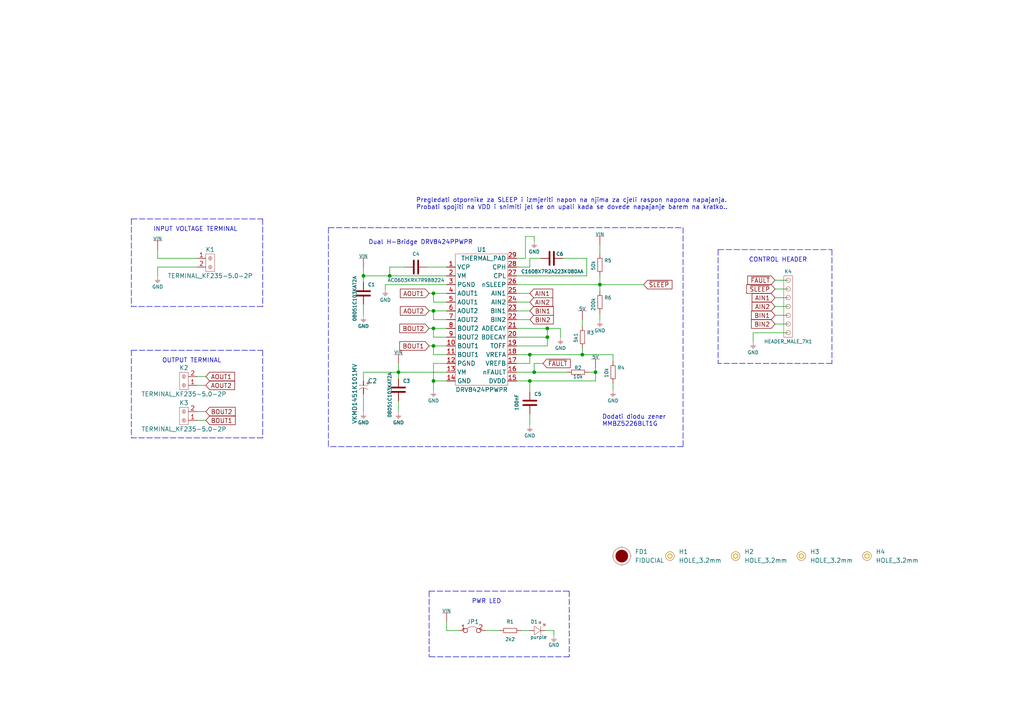
<source format=kicad_sch>
(kicad_sch (version 20210621) (generator eeschema)

  (uuid bbebf9b9-9102-4bcd-875a-94bbf2678288)

  (paper "A4")

  (lib_symbols
    (symbol "e-radionica.com schematics:0402LED" (pin_numbers hide) (pin_names (offset 0.254) hide) (in_bom yes) (on_board yes)
      (property "Reference" "D" (id 0) (at -0.635 2.54 0)
        (effects (font (size 1 1)))
      )
      (property "Value" "0402LED" (id 1) (at 0 -2.54 0)
        (effects (font (size 1 1)))
      )
      (property "Footprint" "e-radionica.com footprinti:0402LED" (id 2) (at 0 5.08 0)
        (effects (font (size 1 1)) hide)
      )
      (property "Datasheet" "" (id 3) (at 0 0 0)
        (effects (font (size 1 1)) hide)
      )
      (symbol "0402LED_0_1"
        (polyline
          (pts
            (xy -0.635 1.27)
            (xy 1.27 0)
          )
          (stroke (width 0.0006)) (fill (type none))
        )
        (polyline
          (pts
            (xy 0.635 1.905)
            (xy 1.27 2.54)
          )
          (stroke (width 0.0006)) (fill (type none))
        )
        (polyline
          (pts
            (xy 1.27 1.27)
            (xy 1.27 -1.27)
          )
          (stroke (width 0.0006)) (fill (type none))
        )
        (polyline
          (pts
            (xy 1.905 1.27)
            (xy 2.54 1.905)
          )
          (stroke (width 0.0006)) (fill (type none))
        )
        (polyline
          (pts
            (xy -0.635 1.27)
            (xy -0.635 -1.27)
            (xy 1.27 0)
          )
          (stroke (width 0.0006)) (fill (type none))
        )
        (polyline
          (pts
            (xy 1.27 2.54)
            (xy 0.635 2.54)
            (xy 1.27 1.905)
            (xy 1.27 2.54)
          )
          (stroke (width 0.0006)) (fill (type none))
        )
        (polyline
          (pts
            (xy 2.54 1.905)
            (xy 1.905 1.905)
            (xy 2.54 1.27)
            (xy 2.54 1.905)
          )
          (stroke (width 0.0006)) (fill (type none))
        )
      )
      (symbol "0402LED_1_1"
        (pin passive line (at -1.905 0 0) (length 1.27)
          (name "A" (effects (font (size 1.27 1.27))))
          (number "1" (effects (font (size 1.27 1.27))))
        )
        (pin passive line (at 2.54 0 180) (length 1.27)
          (name "K" (effects (font (size 1.27 1.27))))
          (number "2" (effects (font (size 1.27 1.27))))
        )
      )
    )
    (symbol "e-radionica.com schematics:0402R" (pin_numbers hide) (pin_names (offset 0.254)) (in_bom yes) (on_board yes)
      (property "Reference" "R" (id 0) (at -1.905 1.27 0)
        (effects (font (size 1 1)))
      )
      (property "Value" "0402R" (id 1) (at 0 -1.27 0)
        (effects (font (size 1 1)))
      )
      (property "Footprint" "e-radionica.com footprinti:0402R" (id 2) (at -2.54 1.905 0)
        (effects (font (size 1 1)) hide)
      )
      (property "Datasheet" "" (id 3) (at -2.54 1.905 0)
        (effects (font (size 1 1)) hide)
      )
      (symbol "0402R_0_1"
        (rectangle (start -1.905 -0.635) (end 1.905 -0.6604)
          (stroke (width 0.1)) (fill (type none))
        )
        (rectangle (start -1.905 0.635) (end -1.8796 -0.635)
          (stroke (width 0.1)) (fill (type none))
        )
        (rectangle (start -1.905 0.635) (end 1.905 0.6096)
          (stroke (width 0.1)) (fill (type none))
        )
        (rectangle (start 1.905 0.635) (end 1.9304 -0.635)
          (stroke (width 0.1)) (fill (type none))
        )
      )
      (symbol "0402R_1_1"
        (pin passive line (at -3.175 0 0) (length 1.27)
          (name "~" (effects (font (size 1.27 1.27))))
          (number "1" (effects (font (size 1.27 1.27))))
        )
        (pin passive line (at 3.175 0 180) (length 1.27)
          (name "~" (effects (font (size 1.27 1.27))))
          (number "2" (effects (font (size 1.27 1.27))))
        )
      )
    )
    (symbol "e-radionica.com schematics:0603C" (pin_numbers hide) (pin_names (offset 0.002)) (in_bom yes) (on_board yes)
      (property "Reference" "C" (id 0) (at -0.635 3.175 0)
        (effects (font (size 1 1)))
      )
      (property "Value" "0603C" (id 1) (at 0 -3.175 0)
        (effects (font (size 1 1)))
      )
      (property "Footprint" "e-radionica.com footprinti:0603C" (id 2) (at 0 0 0)
        (effects (font (size 1 1)) hide)
      )
      (property "Datasheet" "" (id 3) (at 0 0 0)
        (effects (font (size 1 1)) hide)
      )
      (symbol "0603C_0_1"
        (polyline
          (pts
            (xy -0.635 1.905)
            (xy -0.635 -1.905)
          )
          (stroke (width 0.5)) (fill (type none))
        )
        (polyline
          (pts
            (xy 0.635 1.905)
            (xy 0.635 -1.905)
          )
          (stroke (width 0.5)) (fill (type none))
        )
      )
      (symbol "0603C_1_1"
        (pin passive line (at -3.175 0 0) (length 2.54)
          (name "~" (effects (font (size 1.27 1.27))))
          (number "1" (effects (font (size 1.27 1.27))))
        )
        (pin passive line (at 3.175 0 180) (length 2.54)
          (name "~" (effects (font (size 1.27 1.27))))
          (number "2" (effects (font (size 1.27 1.27))))
        )
      )
    )
    (symbol "e-radionica.com schematics:0603R" (pin_numbers hide) (pin_names (offset 0.254)) (in_bom yes) (on_board yes)
      (property "Reference" "R" (id 0) (at -1.905 1.905 0)
        (effects (font (size 1 1)))
      )
      (property "Value" "0603R" (id 1) (at 0 -1.905 0)
        (effects (font (size 1 1)))
      )
      (property "Footprint" "e-radionica.com footprinti:0603R" (id 2) (at -0.635 1.905 0)
        (effects (font (size 1 1)) hide)
      )
      (property "Datasheet" "" (id 3) (at -0.635 1.905 0)
        (effects (font (size 1 1)) hide)
      )
      (symbol "0603R_0_1"
        (rectangle (start -1.905 -0.635) (end 1.905 -0.6604)
          (stroke (width 0.1)) (fill (type none))
        )
        (rectangle (start -1.905 0.635) (end -1.8796 -0.635)
          (stroke (width 0.1)) (fill (type none))
        )
        (rectangle (start -1.905 0.635) (end 1.905 0.6096)
          (stroke (width 0.1)) (fill (type none))
        )
        (rectangle (start 1.905 0.635) (end 1.9304 -0.635)
          (stroke (width 0.1)) (fill (type none))
        )
      )
      (symbol "0603R_1_1"
        (pin passive line (at -3.175 0 0) (length 1.27)
          (name "~" (effects (font (size 1.27 1.27))))
          (number "1" (effects (font (size 1.27 1.27))))
        )
        (pin passive line (at 3.175 0 180) (length 1.27)
          (name "~" (effects (font (size 1.27 1.27))))
          (number "2" (effects (font (size 1.27 1.27))))
        )
      )
    )
    (symbol "e-radionica.com schematics:0805C" (pin_numbers hide) (in_bom yes) (on_board yes)
      (property "Reference" "C" (id 0) (at -0.635 3.175 0)
        (effects (font (size 1 1)))
      )
      (property "Value" "0805C" (id 1) (at 0 -3.175 0)
        (effects (font (size 1 1)))
      )
      (property "Footprint" "e-radionica.com footprinti:0805C" (id 2) (at 0 0 0)
        (effects (font (size 1 1)) hide)
      )
      (property "Datasheet" "" (id 3) (at 0 0 0)
        (effects (font (size 1 1)) hide)
      )
      (symbol "0805C_0_1"
        (polyline
          (pts
            (xy -0.635 1.905)
            (xy -0.635 -1.905)
          )
          (stroke (width 0.5)) (fill (type none))
        )
        (polyline
          (pts
            (xy 0.635 1.905)
            (xy 0.635 -1.905)
          )
          (stroke (width 0.5)) (fill (type none))
        )
      )
      (symbol "0805C_1_1"
        (pin passive line (at -3.175 0 0) (length 2.54)
          (name "~" (effects (font (size 1.27 1.27))))
          (number "1" (effects (font (size 1.27 1.27))))
        )
        (pin passive line (at 3.175 0 180) (length 2.54)
          (name "~" (effects (font (size 1.27 1.27))))
          (number "2" (effects (font (size 1.27 1.27))))
        )
      )
    )
    (symbol "e-radionica.com schematics:5V" (power) (pin_names (offset 0)) (in_bom yes) (on_board yes)
      (property "Reference" "#PWR" (id 0) (at 4.445 0 0)
        (effects (font (size 1 1)) hide)
      )
      (property "Value" "5V" (id 1) (at 0 3.556 0)
        (effects (font (size 1 1)))
      )
      (property "Footprint" "" (id 2) (at 4.445 3.81 0)
        (effects (font (size 1 1)) hide)
      )
      (property "Datasheet" "" (id 3) (at 4.445 3.81 0)
        (effects (font (size 1 1)) hide)
      )
      (property "ki_keywords" "power-flag" (id 4) (at 0 0 0)
        (effects (font (size 1.27 1.27)) hide)
      )
      (property "ki_description" "Power symbol creates a global label with name \"+3V3\"" (id 5) (at 0 0 0)
        (effects (font (size 1.27 1.27)) hide)
      )
      (symbol "5V_0_1"
        (polyline
          (pts
            (xy -1.27 2.54)
            (xy 1.27 2.54)
          )
          (stroke (width 0.0006)) (fill (type none))
        )
        (polyline
          (pts
            (xy 0 0)
            (xy 0 2.54)
          )
          (stroke (width 0)) (fill (type none))
        )
      )
      (symbol "5V_1_1"
        (pin power_in line (at 0 0 90) (length 0) hide
          (name "5V" (effects (font (size 1.27 1.27))))
          (number "1" (effects (font (size 1.27 1.27))))
        )
      )
    )
    (symbol "e-radionica.com schematics:DRV8424PPWPR" (in_bom yes) (on_board yes)
      (property "Reference" "U" (id 0) (at 0 21.59 0)
        (effects (font (size 1.27 1.27)))
      )
      (property "Value" "DRV8424PPWPR" (id 1) (at 0 -19.05 0)
        (effects (font (size 1.27 1.27)))
      )
      (property "Footprint" "e-radionica.com footprinti:HTSSOP-28" (id 2) (at 0 -22.86 0)
        (effects (font (size 1.27 1.27)) hide)
      )
      (property "Datasheet" "" (id 3) (at 0 0 0)
        (effects (font (size 1.27 1.27)) hide)
      )
      (symbol "DRV8424PPWPR_0_1"
        (rectangle (start -7.62 20.32) (end 7.62 -17.78)
          (stroke (width 0.0006)) (fill (type none))
        )
      )
      (symbol "DRV8424PPWPR_1_1"
        (pin bidirectional line (at -10.16 16.51 0) (length 2.54)
          (name "VCP" (effects (font (size 1.27 1.27))))
          (number "1" (effects (font (size 1.27 1.27))))
        )
        (pin bidirectional line (at -10.16 -6.35 0) (length 2.54)
          (name "BOUT1" (effects (font (size 1.27 1.27))))
          (number "10" (effects (font (size 1.27 1.27))))
        )
        (pin bidirectional line (at -10.16 -8.89 0) (length 2.54)
          (name "BOUT1" (effects (font (size 1.27 1.27))))
          (number "11" (effects (font (size 1.27 1.27))))
        )
        (pin bidirectional line (at -10.16 -11.43 0) (length 2.54)
          (name "PGND" (effects (font (size 1.27 1.27))))
          (number "12" (effects (font (size 1.27 1.27))))
        )
        (pin bidirectional line (at -10.16 -13.97 0) (length 2.54)
          (name "VM" (effects (font (size 1.27 1.27))))
          (number "13" (effects (font (size 1.27 1.27))))
        )
        (pin bidirectional line (at -10.16 -16.51 0) (length 2.54)
          (name "GND" (effects (font (size 1.27 1.27))))
          (number "14" (effects (font (size 1.27 1.27))))
        )
        (pin bidirectional line (at 10.16 -16.51 180) (length 2.54)
          (name "DVDD" (effects (font (size 1.27 1.27))))
          (number "15" (effects (font (size 1.27 1.27))))
        )
        (pin bidirectional line (at 10.16 -13.97 180) (length 2.54)
          (name "nFAULT" (effects (font (size 1.27 1.27))))
          (number "16" (effects (font (size 1.27 1.27))))
        )
        (pin bidirectional line (at 10.16 -11.43 180) (length 2.54)
          (name "VREFB" (effects (font (size 1.27 1.27))))
          (number "17" (effects (font (size 1.27 1.27))))
        )
        (pin bidirectional line (at 10.16 -8.89 180) (length 2.54)
          (name "VREFA" (effects (font (size 1.27 1.27))))
          (number "18" (effects (font (size 1.27 1.27))))
        )
        (pin bidirectional line (at 10.16 -6.35 180) (length 2.54)
          (name "TOFF" (effects (font (size 1.27 1.27))))
          (number "19" (effects (font (size 1.27 1.27))))
        )
        (pin bidirectional line (at -10.16 13.97 0) (length 2.54)
          (name "VM" (effects (font (size 1.27 1.27))))
          (number "2" (effects (font (size 1.27 1.27))))
        )
        (pin bidirectional line (at 10.16 -3.81 180) (length 2.54)
          (name "BDECAY" (effects (font (size 1.27 1.27))))
          (number "20" (effects (font (size 1.27 1.27))))
        )
        (pin bidirectional line (at 10.16 -1.27 180) (length 2.54)
          (name "ADECAY" (effects (font (size 1.27 1.27))))
          (number "21" (effects (font (size 1.27 1.27))))
        )
        (pin bidirectional line (at 10.16 1.27 180) (length 2.54)
          (name "BIN2" (effects (font (size 1.27 1.27))))
          (number "22" (effects (font (size 1.27 1.27))))
        )
        (pin bidirectional line (at 10.16 3.81 180) (length 2.54)
          (name "BIN1" (effects (font (size 1.27 1.27))))
          (number "23" (effects (font (size 1.27 1.27))))
        )
        (pin bidirectional line (at 10.16 6.35 180) (length 2.54)
          (name "AIN2" (effects (font (size 1.27 1.27))))
          (number "24" (effects (font (size 1.27 1.27))))
        )
        (pin bidirectional line (at 10.16 8.89 180) (length 2.54)
          (name "AIN1" (effects (font (size 1.27 1.27))))
          (number "25" (effects (font (size 1.27 1.27))))
        )
        (pin bidirectional line (at 10.16 11.43 180) (length 2.54)
          (name "nSLEEP" (effects (font (size 1.27 1.27))))
          (number "26" (effects (font (size 1.27 1.27))))
        )
        (pin bidirectional line (at 10.16 13.97 180) (length 2.54)
          (name "CPL" (effects (font (size 1.27 1.27))))
          (number "27" (effects (font (size 1.27 1.27))))
        )
        (pin bidirectional line (at 10.16 16.51 180) (length 2.54)
          (name "CPH" (effects (font (size 1.27 1.27))))
          (number "28" (effects (font (size 1.27 1.27))))
        )
        (pin bidirectional line (at 10.16 19.05 180) (length 2.54)
          (name "THERMAL_PAD" (effects (font (size 1.27 1.27))))
          (number "29" (effects (font (size 1.27 1.27))))
        )
        (pin bidirectional line (at -10.16 11.43 0) (length 2.54)
          (name "PGND" (effects (font (size 1.27 1.27))))
          (number "3" (effects (font (size 1.27 1.27))))
        )
        (pin bidirectional line (at -10.16 8.89 0) (length 2.54)
          (name "AOUT1" (effects (font (size 1.27 1.27))))
          (number "4" (effects (font (size 1.27 1.27))))
        )
        (pin bidirectional line (at -10.16 6.35 0) (length 2.54)
          (name "AOUT1" (effects (font (size 1.27 1.27))))
          (number "5" (effects (font (size 1.27 1.27))))
        )
        (pin bidirectional line (at -10.16 3.81 0) (length 2.54)
          (name "AOUT2" (effects (font (size 1.27 1.27))))
          (number "6" (effects (font (size 1.27 1.27))))
        )
        (pin bidirectional line (at -10.16 1.27 0) (length 2.54)
          (name "AOUT2" (effects (font (size 1.27 1.27))))
          (number "7" (effects (font (size 1.27 1.27))))
        )
        (pin bidirectional line (at -10.16 -1.27 0) (length 2.54)
          (name "BOUT2" (effects (font (size 1.27 1.27))))
          (number "8" (effects (font (size 1.27 1.27))))
        )
        (pin bidirectional line (at -10.16 -3.81 0) (length 2.54)
          (name "BOUT2" (effects (font (size 1.27 1.27))))
          (number "9" (effects (font (size 1.27 1.27))))
        )
      )
    )
    (symbol "e-radionica.com schematics:ELECTROLITIC_CAP_8x8x14.5" (pin_numbers hide) (pin_names hide) (in_bom yes) (on_board yes)
      (property "Reference" "C" (id 0) (at -1.27 2.54 0)
        (effects (font (size 1.27 1.27)))
      )
      (property "Value" "ELECTROLITIC_CAP_8x8x14.5" (id 1) (at 0 -2.54 0)
        (effects (font (size 1.27 1.27)))
      )
      (property "Footprint" "e-radionica.com footprinti:ELECTROLITIC_CAP_8x8x14.5" (id 2) (at 0 -5.08 0)
        (effects (font (size 1.27 1.27)) hide)
      )
      (property "Datasheet" "" (id 3) (at 0 0 0)
        (effects (font (size 1.27 1.27)) hide)
      )
      (symbol "ELECTROLITIC_CAP_8x8x14.5_0_0"
        (text "+" (at -1.905 1.27 0)
          (effects (font (size 1 1)))
        )
      )
      (symbol "ELECTROLITIC_CAP_8x8x14.5_0_1"
        (arc (start -0.0001 1.27) (end -0.0001 -1.27) (radius (at 1.27 0) (length 1.7961) (angles 135 -135))
          (stroke (width 0.0006)) (fill (type none))
        )
        (polyline
          (pts
            (xy -1.27 -1.27)
            (xy -1.27 1.27)
          )
          (stroke (width 0.0006)) (fill (type none))
        )
      )
      (symbol "ELECTROLITIC_CAP_8x8x14.5_1_1"
        (pin input line (at -2.54 0 0) (length 1.27)
          (name "+" (effects (font (size 1.27 1.27))))
          (number "1" (effects (font (size 1.27 1.27))))
        )
        (pin input line (at 1.27 0 180) (length 1.8)
          (name "-" (effects (font (size 1.27 1.27))))
          (number "2" (effects (font (size 1.27 1.27))))
        )
      )
    )
    (symbol "e-radionica.com schematics:FIDUCIAL" (in_bom yes) (on_board yes)
      (property "Reference" "FD" (id 0) (at 0 3.81 0)
        (effects (font (size 1.27 1.27)))
      )
      (property "Value" "FIDUCIAL" (id 1) (at 0 -3.81 0)
        (effects (font (size 1.27 1.27)))
      )
      (property "Footprint" "e-radionica.com footprinti:FIDUCIAL_23" (id 2) (at 0.254 -5.334 0)
        (effects (font (size 1.27 1.27)) hide)
      )
      (property "Datasheet" "" (id 3) (at 0 0 0)
        (effects (font (size 1.27 1.27)) hide)
      )
      (symbol "FIDUCIAL_0_1"
        (circle (center 0 0) (radius 2.54) (stroke (width 0.0006)) (fill (type none)))
        (circle (center 0 0) (radius 1.7961) (stroke (width 0.001)) (fill (type outline)))
        (polyline
          (pts
            (xy -2.54 0)
            (xy -2.794 0)
          )
          (stroke (width 0.0006)) (fill (type none))
        )
        (polyline
          (pts
            (xy 0 -2.54)
            (xy 0 -2.794)
          )
          (stroke (width 0.0006)) (fill (type none))
        )
        (polyline
          (pts
            (xy 0 2.54)
            (xy 0 2.794)
          )
          (stroke (width 0.0006)) (fill (type none))
        )
        (polyline
          (pts
            (xy 2.54 0)
            (xy 2.794 0)
          )
          (stroke (width 0.0006)) (fill (type none))
        )
      )
    )
    (symbol "e-radionica.com schematics:GND" (power) (pin_names (offset 0)) (in_bom yes) (on_board yes)
      (property "Reference" "#PWR" (id 0) (at 4.445 0 0)
        (effects (font (size 1 1)) hide)
      )
      (property "Value" "GND" (id 1) (at 0 -2.921 0)
        (effects (font (size 1 1)))
      )
      (property "Footprint" "" (id 2) (at 4.445 3.81 0)
        (effects (font (size 1 1)) hide)
      )
      (property "Datasheet" "" (id 3) (at 4.445 3.81 0)
        (effects (font (size 1 1)) hide)
      )
      (property "ki_keywords" "power-flag" (id 4) (at 0 0 0)
        (effects (font (size 1.27 1.27)) hide)
      )
      (property "ki_description" "Power symbol creates a global label with name \"+3V3\"" (id 5) (at 0 0 0)
        (effects (font (size 1.27 1.27)) hide)
      )
      (symbol "GND_0_1"
        (polyline
          (pts
            (xy -0.762 -1.27)
            (xy 0.762 -1.27)
          )
          (stroke (width 0.0006)) (fill (type none))
        )
        (polyline
          (pts
            (xy -0.635 -1.524)
            (xy 0.635 -1.524)
          )
          (stroke (width 0.0006)) (fill (type none))
        )
        (polyline
          (pts
            (xy -0.381 -1.778)
            (xy 0.381 -1.778)
          )
          (stroke (width 0.0006)) (fill (type none))
        )
        (polyline
          (pts
            (xy -0.127 -2.032)
            (xy 0.127 -2.032)
          )
          (stroke (width 0.0006)) (fill (type none))
        )
        (polyline
          (pts
            (xy 0 0)
            (xy 0 -1.27)
          )
          (stroke (width 0.0006)) (fill (type none))
        )
      )
      (symbol "GND_1_1"
        (pin power_in line (at 0 0 270) (length 0) hide
          (name "GND" (effects (font (size 1.27 1.27))))
          (number "1" (effects (font (size 1.27 1.27))))
        )
      )
    )
    (symbol "e-radionica.com schematics:GND_3" (power) (pin_names (offset 0)) (in_bom yes) (on_board yes)
      (property "Reference" "#PWR" (id 0) (at 4.445 0 0)
        (effects (font (size 1 1)) hide)
      )
      (property "Value" "GND" (id 1) (at 0 -2.921 0)
        (effects (font (size 1 1)))
      )
      (property "Footprint" "" (id 2) (at 4.445 3.81 0)
        (effects (font (size 1 1)) hide)
      )
      (property "Datasheet" "" (id 3) (at 4.445 3.81 0)
        (effects (font (size 1 1)) hide)
      )
      (property "ki_keywords" "power-flag" (id 4) (at 0 0 0)
        (effects (font (size 1.27 1.27)) hide)
      )
      (property "ki_description" "Power symbol creates a global label with name \"+3V3\"" (id 5) (at 0 0 0)
        (effects (font (size 1.27 1.27)) hide)
      )
      (symbol "GND_3_0_1"
        (polyline
          (pts
            (xy -0.762 -1.27)
            (xy 0.762 -1.27)
          )
          (stroke (width 0.0006)) (fill (type none))
        )
        (polyline
          (pts
            (xy -0.635 -1.524)
            (xy 0.635 -1.524)
          )
          (stroke (width 0.0006)) (fill (type none))
        )
        (polyline
          (pts
            (xy -0.381 -1.778)
            (xy 0.381 -1.778)
          )
          (stroke (width 0.0006)) (fill (type none))
        )
        (polyline
          (pts
            (xy -0.127 -2.032)
            (xy 0.127 -2.032)
          )
          (stroke (width 0.0006)) (fill (type none))
        )
        (polyline
          (pts
            (xy 0 0)
            (xy 0 -1.27)
          )
          (stroke (width 0.0006)) (fill (type none))
        )
      )
      (symbol "GND_3_1_1"
        (pin power_in line (at 0 0 270) (length 0) hide
          (name "GND" (effects (font (size 1.27 1.27))))
          (number "1" (effects (font (size 1.27 1.27))))
        )
      )
    )
    (symbol "e-radionica.com schematics:HEADER_MALE_7X1" (pin_numbers hide) (pin_names hide) (in_bom yes) (on_board yes)
      (property "Reference" "K" (id 0) (at -0.635 10.16 0)
        (effects (font (size 1 1)))
      )
      (property "Value" "HEADER_MALE_7X1" (id 1) (at 0 -10.16 0)
        (effects (font (size 1 1)))
      )
      (property "Footprint" "e-radionica.com footprinti:HEADER_MALE_7X1" (id 2) (at 0 0 0)
        (effects (font (size 1 1)) hide)
      )
      (property "Datasheet" "" (id 3) (at 0 0 0)
        (effects (font (size 1 1)) hide)
      )
      (symbol "HEADER_MALE_7X1_0_1"
        (circle (center 0 -7.62) (radius 0.635) (stroke (width 0.0006)) (fill (type none)))
        (circle (center 0 -5.08) (radius 0.635) (stroke (width 0.0006)) (fill (type none)))
        (circle (center 0 -2.54) (radius 0.635) (stroke (width 0.0006)) (fill (type none)))
        (circle (center 0 0) (radius 0.635) (stroke (width 0.0006)) (fill (type none)))
        (circle (center 0 2.54) (radius 0.635) (stroke (width 0.0006)) (fill (type none)))
        (circle (center 0 5.08) (radius 0.635) (stroke (width 0.0006)) (fill (type none)))
        (circle (center 0 7.62) (radius 0.635) (stroke (width 0.0006)) (fill (type none)))
        (rectangle (start 1.27 -8.89) (end -1.27 8.89)
          (stroke (width 0.0006)) (fill (type none))
        )
      )
      (symbol "HEADER_MALE_7X1_1_1"
        (pin passive line (at 0 -7.62 180) (length 0)
          (name "~" (effects (font (size 0.991 0.991))))
          (number "1" (effects (font (size 0.991 0.991))))
        )
        (pin passive line (at 0 -5.08 180) (length 0)
          (name "~" (effects (font (size 0.991 0.991))))
          (number "2" (effects (font (size 0.991 0.991))))
        )
        (pin passive line (at 0 -2.54 180) (length 0)
          (name "~" (effects (font (size 0.991 0.991))))
          (number "3" (effects (font (size 0.991 0.991))))
        )
        (pin passive line (at 0 0 180) (length 0)
          (name "~" (effects (font (size 0.991 0.991))))
          (number "4" (effects (font (size 0.991 0.991))))
        )
        (pin passive line (at 0 2.54 180) (length 0)
          (name "~" (effects (font (size 0.991 0.991))))
          (number "5" (effects (font (size 0.991 0.991))))
        )
        (pin passive line (at 0 5.08 180) (length 0)
          (name "~" (effects (font (size 0.991 0.991))))
          (number "6" (effects (font (size 0.991 0.991))))
        )
        (pin passive line (at 0 7.62 180) (length 0)
          (name "~" (effects (font (size 0.991 0.991))))
          (number "7" (effects (font (size 0.991 0.991))))
        )
      )
    )
    (symbol "e-radionica.com schematics:HOLE_3.2mm" (pin_numbers hide) (pin_names hide) (in_bom yes) (on_board yes)
      (property "Reference" "H" (id 0) (at 0 2.54 0)
        (effects (font (size 1.27 1.27)))
      )
      (property "Value" "HOLE_3.2mm" (id 1) (at 0 -2.54 0)
        (effects (font (size 1.27 1.27)))
      )
      (property "Footprint" "e-radionica.com footprinti:HOLE_3.2mm" (id 2) (at 0 0 0)
        (effects (font (size 1.27 1.27)) hide)
      )
      (property "Datasheet" "" (id 3) (at 0 0 0)
        (effects (font (size 1.27 1.27)) hide)
      )
      (symbol "HOLE_3.2mm_0_1"
        (circle (center 0 0) (radius 0.635) (stroke (width 0.0006)) (fill (type none)))
        (circle (center 0 0) (radius 1.27) (stroke (width 0.001)) (fill (type background)))
      )
    )
    (symbol "e-radionica.com schematics:SMD-JUMPER-CONNECTED_TRACE_SLODERMASK" (in_bom yes) (on_board yes)
      (property "Reference" "JP" (id 0) (at 0 3.556 0)
        (effects (font (size 1.27 1.27)))
      )
      (property "Value" "SMD-JUMPER-CONNECTED_TRACE_SLODERMASK" (id 1) (at 0 -2.54 0)
        (effects (font (size 1.27 1.27)))
      )
      (property "Footprint" "e-radionica.com footprinti:SMD-JUMPER-CONNECTED_TRACE_SLODERMASK" (id 2) (at 0 -5.715 0)
        (effects (font (size 1.27 1.27)) hide)
      )
      (property "Datasheet" "" (id 3) (at 0 0 0)
        (effects (font (size 1.27 1.27)) hide)
      )
      (symbol "SMD-JUMPER-CONNECTED_TRACE_SLODERMASK_0_1"
        (arc (start -1.8034 0.5588) (end 1.397 0.5842) (radius (at -0.1875 -1.4124) (length 2.5489) (angles 129.3 51.6))
          (stroke (width 0.0006)) (fill (type none))
        )
      )
      (symbol "SMD-JUMPER-CONNECTED_TRACE_SLODERMASK_1_1"
        (pin passive inverted (at -4.064 0 0) (length 2.54)
          (name "" (effects (font (size 1.27 1.27))))
          (number "1" (effects (font (size 1.27 1.27))))
        )
        (pin passive inverted (at 3.556 0 180) (length 2.54)
          (name "" (effects (font (size 1.27 1.27))))
          (number "2" (effects (font (size 1.27 1.27))))
        )
      )
    )
    (symbol "e-radionica.com schematics:TERMINAL_KF235-5.0-2P" (in_bom yes) (on_board yes)
      (property "Reference" "K" (id 0) (at 0 3.81 0)
        (effects (font (size 1.27 1.27)))
      )
      (property "Value" "TERMINAL_KF235-5.0-2P" (id 1) (at 0 -3.81 0)
        (effects (font (size 1.27 1.27)))
      )
      (property "Footprint" "e-radionica.com footprinti:TERMINAL_KF235-5.0-2P" (id 2) (at 0 0 0)
        (effects (font (size 1.27 1.27)) hide)
      )
      (property "Datasheet" "" (id 3) (at 0 0 0)
        (effects (font (size 1.27 1.27)) hide)
      )
      (symbol "TERMINAL_KF235-5.0-2P_0_1"
        (circle (center 0 -1.27) (radius 0.508) (stroke (width 0.0006)) (fill (type none)))
        (circle (center 0 1.27) (radius 0.508) (stroke (width 0.0006)) (fill (type none)))
        (rectangle (start -1.27 2.54) (end 1.27 -2.54)
          (stroke (width 0.0006)) (fill (type none))
        )
        (polyline
          (pts
            (xy -0.254 -1.27)
            (xy 0.254 -1.27)
          )
          (stroke (width 0.0006)) (fill (type none))
        )
        (polyline
          (pts
            (xy -0.254 1.27)
            (xy 0.254 1.27)
          )
          (stroke (width 0.0006)) (fill (type none))
        )
        (polyline
          (pts
            (xy 0 -0.762)
            (xy 0 -1.778)
          )
          (stroke (width 0.0006)) (fill (type none))
        )
        (polyline
          (pts
            (xy 0 1.778)
            (xy 0 0.762)
          )
          (stroke (width 0.0006)) (fill (type none))
        )
      )
      (symbol "TERMINAL_KF235-5.0-2P_1_1"
        (pin input line (at -3.81 1.27 0) (length 2.54)
          (name "~" (effects (font (size 1.27 1.27))))
          (number "1" (effects (font (size 1.27 1.27))))
        )
        (pin input line (at -3.81 -1.27 0) (length 2.54)
          (name "~" (effects (font (size 1.27 1.27))))
          (number "2" (effects (font (size 1.27 1.27))))
        )
      )
    )
    (symbol "e-radionica.com schematics:VIN" (power) (pin_names (offset 0)) (in_bom yes) (on_board yes)
      (property "Reference" "#PWR" (id 0) (at 4.445 0 0)
        (effects (font (size 1 1)) hide)
      )
      (property "Value" "VIN" (id 1) (at 0 3.556 0)
        (effects (font (size 1 1)))
      )
      (property "Footprint" "" (id 2) (at 4.445 3.81 0)
        (effects (font (size 1 1)) hide)
      )
      (property "Datasheet" "" (id 3) (at 4.445 3.81 0)
        (effects (font (size 1 1)) hide)
      )
      (property "ki_keywords" "power-flag" (id 4) (at 0 0 0)
        (effects (font (size 1.27 1.27)) hide)
      )
      (property "ki_description" "Power symbol creates a global label with name \"+3V3\"" (id 5) (at 0 0 0)
        (effects (font (size 1.27 1.27)) hide)
      )
      (symbol "VIN_0_1"
        (polyline
          (pts
            (xy -1.27 2.54)
            (xy 1.27 2.54)
          )
          (stroke (width 0.0006)) (fill (type none))
        )
        (polyline
          (pts
            (xy 0 0)
            (xy 0 2.54)
          )
          (stroke (width 0)) (fill (type none))
        )
      )
      (symbol "VIN_1_1"
        (pin power_in line (at 0 0 90) (length 0) hide
          (name "VIN" (effects (font (size 1.27 1.27))))
          (number "1" (effects (font (size 1.27 1.27))))
        )
      )
    )
  )

  (junction (at 105.41 80.01) (diameter 0.9144) (color 0 0 0 0))
  (junction (at 113.03 80.01) (diameter 0.9144) (color 0 0 0 0))
  (junction (at 115.57 107.95) (diameter 0.9144) (color 0 0 0 0))
  (junction (at 125.73 85.09) (diameter 0.9144) (color 0 0 0 0))
  (junction (at 125.73 90.17) (diameter 0.9144) (color 0 0 0 0))
  (junction (at 125.73 95.25) (diameter 0.9144) (color 0 0 0 0))
  (junction (at 125.73 100.33) (diameter 0.9144) (color 0 0 0 0))
  (junction (at 125.73 110.49) (diameter 0.9144) (color 0 0 0 0))
  (junction (at 153.67 102.87) (diameter 0.9144) (color 0 0 0 0))
  (junction (at 153.67 110.49) (diameter 0.9144) (color 0 0 0 0))
  (junction (at 154.94 107.95) (diameter 0.9144) (color 0 0 0 0))
  (junction (at 158.75 95.25) (diameter 0.9144) (color 0 0 0 0))
  (junction (at 158.75 97.79) (diameter 0.9144) (color 0 0 0 0))
  (junction (at 168.91 102.87) (diameter 0.9144) (color 0 0 0 0))
  (junction (at 172.72 107.95) (diameter 0.9144) (color 0 0 0 0))
  (junction (at 173.99 82.55) (diameter 0.9144) (color 0 0 0 0))

  (wire (pts (xy 45.72 74.93) (xy 45.72 72.39))
    (stroke (width 0) (type solid) (color 0 0 0 0))
    (uuid 19821bf2-4c6a-4902-828b-018ec6580096)
  )
  (wire (pts (xy 45.72 77.47) (xy 45.72 80.01))
    (stroke (width 0) (type solid) (color 0 0 0 0))
    (uuid 8a0d256d-0461-47c7-8741-79213fcc2b43)
  )
  (wire (pts (xy 57.15 74.93) (xy 45.72 74.93))
    (stroke (width 0) (type solid) (color 0 0 0 0))
    (uuid 19821bf2-4c6a-4902-828b-018ec6580096)
  )
  (wire (pts (xy 57.15 77.47) (xy 45.72 77.47))
    (stroke (width 0) (type solid) (color 0 0 0 0))
    (uuid 8a0d256d-0461-47c7-8741-79213fcc2b43)
  )
  (wire (pts (xy 57.15 109.22) (xy 59.69 109.22))
    (stroke (width 0) (type solid) (color 0 0 0 0))
    (uuid cde48ad9-d799-4582-b3ac-d0cfa59afd5c)
  )
  (wire (pts (xy 57.15 111.76) (xy 59.69 111.76))
    (stroke (width 0) (type solid) (color 0 0 0 0))
    (uuid e7fe1c4e-396b-45de-a301-6955efb96819)
  )
  (wire (pts (xy 57.15 119.38) (xy 59.69 119.38))
    (stroke (width 0) (type solid) (color 0 0 0 0))
    (uuid 009a8d50-355a-4de9-8fe5-e052acfecb3d)
  )
  (wire (pts (xy 57.15 121.92) (xy 59.69 121.92))
    (stroke (width 0) (type solid) (color 0 0 0 0))
    (uuid 70b3c836-7ffd-43f5-be4d-74a78654eaf2)
  )
  (wire (pts (xy 105.41 77.47) (xy 105.41 80.01))
    (stroke (width 0) (type solid) (color 0 0 0 0))
    (uuid 94d78cdd-543f-4b54-bb29-d9011f5ba6f5)
  )
  (wire (pts (xy 105.41 80.01) (xy 105.41 81.915))
    (stroke (width 0) (type solid) (color 0 0 0 0))
    (uuid e5a5fd1c-f4fd-4fc6-9c26-a285212529c2)
  )
  (wire (pts (xy 105.41 80.01) (xy 113.03 80.01))
    (stroke (width 0) (type solid) (color 0 0 0 0))
    (uuid c104d954-2bd7-4d71-a831-7ffb6dcf6d37)
  )
  (wire (pts (xy 105.41 88.265) (xy 105.41 91.44))
    (stroke (width 0) (type solid) (color 0 0 0 0))
    (uuid acb9aa73-f813-43a0-9fa6-65a9f190fbf6)
  )
  (wire (pts (xy 105.41 107.95) (xy 115.57 107.95))
    (stroke (width 0) (type solid) (color 0 0 0 0))
    (uuid ddc7ee4e-e6ca-4f00-9b0e-49ec15320cb8)
  )
  (wire (pts (xy 105.41 110.49) (xy 105.41 107.95))
    (stroke (width 0) (type solid) (color 0 0 0 0))
    (uuid ddc7ee4e-e6ca-4f00-9b0e-49ec15320cb8)
  )
  (wire (pts (xy 105.41 114.3) (xy 105.41 119.38))
    (stroke (width 0) (type solid) (color 0 0 0 0))
    (uuid 2ebe8faf-7e3f-49c2-9e99-c730199d4c31)
  )
  (wire (pts (xy 111.76 82.55) (xy 111.76 83.82))
    (stroke (width 0) (type solid) (color 0 0 0 0))
    (uuid 4896a988-52aa-4ca5-960a-6e231e58f1c4)
  )
  (wire (pts (xy 113.03 77.47) (xy 113.03 80.01))
    (stroke (width 0) (type solid) (color 0 0 0 0))
    (uuid 8fb79205-591c-42da-9845-226037c02cee)
  )
  (wire (pts (xy 113.03 77.47) (xy 117.475 77.47))
    (stroke (width 0) (type solid) (color 0 0 0 0))
    (uuid 3d276b58-94f4-457b-aadb-16ca5f5db079)
  )
  (wire (pts (xy 113.03 80.01) (xy 129.54 80.01))
    (stroke (width 0) (type solid) (color 0 0 0 0))
    (uuid c104d954-2bd7-4d71-a831-7ffb6dcf6d37)
  )
  (wire (pts (xy 115.57 107.95) (xy 115.57 105.41))
    (stroke (width 0) (type solid) (color 0 0 0 0))
    (uuid 0f73441d-95e6-4eaa-913f-d68821203733)
  )
  (wire (pts (xy 115.57 107.95) (xy 115.57 109.855))
    (stroke (width 0) (type solid) (color 0 0 0 0))
    (uuid 0535f76e-490c-40c7-9e91-f87152c21f86)
  )
  (wire (pts (xy 115.57 116.205) (xy 115.57 119.38))
    (stroke (width 0) (type solid) (color 0 0 0 0))
    (uuid ca176c1d-33b6-43c7-9325-7eed0e57692a)
  )
  (wire (pts (xy 123.825 77.47) (xy 129.54 77.47))
    (stroke (width 0) (type solid) (color 0 0 0 0))
    (uuid f69a635e-73d1-41d9-9673-5296859df360)
  )
  (wire (pts (xy 124.46 90.17) (xy 125.73 90.17))
    (stroke (width 0) (type solid) (color 0 0 0 0))
    (uuid 1c84b777-c062-47e1-a448-f74086675e35)
  )
  (wire (pts (xy 124.46 95.25) (xy 125.73 95.25))
    (stroke (width 0) (type solid) (color 0 0 0 0))
    (uuid a42ea849-f621-4f26-8a1c-a8801767a51f)
  )
  (wire (pts (xy 124.46 100.33) (xy 125.73 100.33))
    (stroke (width 0) (type solid) (color 0 0 0 0))
    (uuid 9cd484d7-74db-492d-8ce7-d8b68e7fd817)
  )
  (wire (pts (xy 125.73 85.09) (xy 124.46 85.09))
    (stroke (width 0) (type solid) (color 0 0 0 0))
    (uuid a370b11f-70c3-4b01-a5a5-837393a19b38)
  )
  (wire (pts (xy 125.73 85.09) (xy 129.54 85.09))
    (stroke (width 0) (type solid) (color 0 0 0 0))
    (uuid c8cf9b90-fe10-4bea-a669-19f5a8b0e034)
  )
  (wire (pts (xy 125.73 87.63) (xy 125.73 85.09))
    (stroke (width 0) (type solid) (color 0 0 0 0))
    (uuid a370b11f-70c3-4b01-a5a5-837393a19b38)
  )
  (wire (pts (xy 125.73 90.17) (xy 129.54 90.17))
    (stroke (width 0) (type solid) (color 0 0 0 0))
    (uuid 1c84b777-c062-47e1-a448-f74086675e35)
  )
  (wire (pts (xy 125.73 92.71) (xy 125.73 90.17))
    (stroke (width 0) (type solid) (color 0 0 0 0))
    (uuid 48a4c50f-a00f-4a2a-b095-56e12c8a016c)
  )
  (wire (pts (xy 125.73 95.25) (xy 129.54 95.25))
    (stroke (width 0) (type solid) (color 0 0 0 0))
    (uuid a42ea849-f621-4f26-8a1c-a8801767a51f)
  )
  (wire (pts (xy 125.73 97.79) (xy 125.73 95.25))
    (stroke (width 0) (type solid) (color 0 0 0 0))
    (uuid 52bdf83b-928b-42b1-aa86-c5b8396f9d66)
  )
  (wire (pts (xy 125.73 100.33) (xy 129.54 100.33))
    (stroke (width 0) (type solid) (color 0 0 0 0))
    (uuid 9cd484d7-74db-492d-8ce7-d8b68e7fd817)
  )
  (wire (pts (xy 125.73 102.87) (xy 125.73 100.33))
    (stroke (width 0) (type solid) (color 0 0 0 0))
    (uuid e2875e64-f9f2-4690-8ea3-1b894f1a3fbb)
  )
  (wire (pts (xy 125.73 105.41) (xy 125.73 110.49))
    (stroke (width 0) (type solid) (color 0 0 0 0))
    (uuid f2d1aa80-3b4e-48ff-b1f4-121c2e763cf9)
  )
  (wire (pts (xy 125.73 110.49) (xy 125.73 113.03))
    (stroke (width 0) (type solid) (color 0 0 0 0))
    (uuid 63b8d83c-b670-4777-9601-3ede4551e970)
  )
  (wire (pts (xy 129.54 82.55) (xy 111.76 82.55))
    (stroke (width 0) (type solid) (color 0 0 0 0))
    (uuid 4896a988-52aa-4ca5-960a-6e231e58f1c4)
  )
  (wire (pts (xy 129.54 87.63) (xy 125.73 87.63))
    (stroke (width 0) (type solid) (color 0 0 0 0))
    (uuid a370b11f-70c3-4b01-a5a5-837393a19b38)
  )
  (wire (pts (xy 129.54 92.71) (xy 125.73 92.71))
    (stroke (width 0) (type solid) (color 0 0 0 0))
    (uuid 48a4c50f-a00f-4a2a-b095-56e12c8a016c)
  )
  (wire (pts (xy 129.54 97.79) (xy 125.73 97.79))
    (stroke (width 0) (type solid) (color 0 0 0 0))
    (uuid 52bdf83b-928b-42b1-aa86-c5b8396f9d66)
  )
  (wire (pts (xy 129.54 102.87) (xy 125.73 102.87))
    (stroke (width 0) (type solid) (color 0 0 0 0))
    (uuid e2875e64-f9f2-4690-8ea3-1b894f1a3fbb)
  )
  (wire (pts (xy 129.54 105.41) (xy 125.73 105.41))
    (stroke (width 0) (type solid) (color 0 0 0 0))
    (uuid f2d1aa80-3b4e-48ff-b1f4-121c2e763cf9)
  )
  (wire (pts (xy 129.54 107.95) (xy 115.57 107.95))
    (stroke (width 0) (type solid) (color 0 0 0 0))
    (uuid 0f73441d-95e6-4eaa-913f-d68821203733)
  )
  (wire (pts (xy 129.54 110.49) (xy 125.73 110.49))
    (stroke (width 0) (type solid) (color 0 0 0 0))
    (uuid 63b8d83c-b670-4777-9601-3ede4551e970)
  )
  (wire (pts (xy 129.54 182.88) (xy 129.54 180.34))
    (stroke (width 0) (type solid) (color 0 0 0 0))
    (uuid 3b37ee8c-f558-40a6-abb5-2d18e4206556)
  )
  (wire (pts (xy 133.096 182.88) (xy 129.54 182.88))
    (stroke (width 0) (type solid) (color 0 0 0 0))
    (uuid 3b37ee8c-f558-40a6-abb5-2d18e4206556)
  )
  (wire (pts (xy 140.716 182.88) (xy 144.78 182.88))
    (stroke (width 0) (type solid) (color 0 0 0 0))
    (uuid 330b4033-f7ca-4715-b5c7-6e211e3ea6c4)
  )
  (wire (pts (xy 149.86 74.93) (xy 152.4 74.93))
    (stroke (width 0) (type solid) (color 0 0 0 0))
    (uuid ffed77c6-4c6c-41c9-8d27-c9708d857c01)
  )
  (wire (pts (xy 149.86 80.01) (xy 170.18 80.01))
    (stroke (width 0) (type solid) (color 0 0 0 0))
    (uuid 82ec261f-4c5b-4ed8-bb3c-f6c7d3459373)
  )
  (wire (pts (xy 149.86 82.55) (xy 173.99 82.55))
    (stroke (width 0) (type solid) (color 0 0 0 0))
    (uuid 4d00d6b1-f0d7-4c4f-9733-3b699c8cf2af)
  )
  (wire (pts (xy 149.86 85.09) (xy 153.67 85.09))
    (stroke (width 0) (type solid) (color 0 0 0 0))
    (uuid 1e509830-a6bd-4e16-acec-ca7d4e667710)
  )
  (wire (pts (xy 149.86 87.63) (xy 153.67 87.63))
    (stroke (width 0) (type solid) (color 0 0 0 0))
    (uuid ba5f24b4-33d1-48e4-b5e8-2130599a9797)
  )
  (wire (pts (xy 149.86 90.17) (xy 153.67 90.17))
    (stroke (width 0) (type solid) (color 0 0 0 0))
    (uuid 9f6e54a8-e310-4b8e-8f75-4203c4fa9799)
  )
  (wire (pts (xy 149.86 92.71) (xy 153.67 92.71))
    (stroke (width 0) (type solid) (color 0 0 0 0))
    (uuid 880a7f95-0e18-4930-a73d-e11f66e88820)
  )
  (wire (pts (xy 149.86 95.25) (xy 158.75 95.25))
    (stroke (width 0) (type solid) (color 0 0 0 0))
    (uuid 0595d909-a32c-4750-87dc-ca978e6d5e0e)
  )
  (wire (pts (xy 149.86 97.79) (xy 158.75 97.79))
    (stroke (width 0) (type solid) (color 0 0 0 0))
    (uuid 38038339-b6f9-4dce-8b6e-c982630cff38)
  )
  (wire (pts (xy 149.86 100.33) (xy 158.75 100.33))
    (stroke (width 0) (type solid) (color 0 0 0 0))
    (uuid 94af6c39-b3fc-4dbc-9bfa-ed89fce89d1d)
  )
  (wire (pts (xy 149.86 102.87) (xy 153.67 102.87))
    (stroke (width 0) (type solid) (color 0 0 0 0))
    (uuid 01a40160-1e18-4b5f-9c90-eee289486539)
  )
  (wire (pts (xy 149.86 105.41) (xy 153.67 105.41))
    (stroke (width 0) (type solid) (color 0 0 0 0))
    (uuid 99cb9b7e-ba46-42c1-84be-5dffed845a50)
  )
  (wire (pts (xy 149.86 107.95) (xy 154.94 107.95))
    (stroke (width 0) (type solid) (color 0 0 0 0))
    (uuid f5b32c75-6e12-475a-83cb-3abc295351a7)
  )
  (wire (pts (xy 149.86 110.49) (xy 153.67 110.49))
    (stroke (width 0) (type solid) (color 0 0 0 0))
    (uuid 88fa420a-3929-409a-bfd2-bf25d946a9bf)
  )
  (wire (pts (xy 151.13 182.88) (xy 153.67 182.88))
    (stroke (width 0) (type solid) (color 0 0 0 0))
    (uuid c149cbdb-ad37-472f-bb24-aafd9cd02c74)
  )
  (wire (pts (xy 152.4 68.58) (xy 154.94 68.58))
    (stroke (width 0) (type solid) (color 0 0 0 0))
    (uuid ffed77c6-4c6c-41c9-8d27-c9708d857c01)
  )
  (wire (pts (xy 152.4 74.93) (xy 152.4 68.58))
    (stroke (width 0) (type solid) (color 0 0 0 0))
    (uuid ffed77c6-4c6c-41c9-8d27-c9708d857c01)
  )
  (wire (pts (xy 153.67 74.93) (xy 153.67 77.47))
    (stroke (width 0) (type solid) (color 0 0 0 0))
    (uuid 60300efa-e909-4cc4-a7ac-92546cdc23f8)
  )
  (wire (pts (xy 153.67 77.47) (xy 149.86 77.47))
    (stroke (width 0) (type solid) (color 0 0 0 0))
    (uuid 60300efa-e909-4cc4-a7ac-92546cdc23f8)
  )
  (wire (pts (xy 153.67 102.87) (xy 168.91 102.87))
    (stroke (width 0) (type solid) (color 0 0 0 0))
    (uuid 01a40160-1e18-4b5f-9c90-eee289486539)
  )
  (wire (pts (xy 153.67 105.41) (xy 153.67 102.87))
    (stroke (width 0) (type solid) (color 0 0 0 0))
    (uuid 99cb9b7e-ba46-42c1-84be-5dffed845a50)
  )
  (wire (pts (xy 153.67 110.49) (xy 153.67 113.665))
    (stroke (width 0) (type solid) (color 0 0 0 0))
    (uuid a90c38f6-7d97-45be-8960-138a9f8171bd)
  )
  (wire (pts (xy 153.67 110.49) (xy 172.72 110.49))
    (stroke (width 0) (type solid) (color 0 0 0 0))
    (uuid 88fa420a-3929-409a-bfd2-bf25d946a9bf)
  )
  (wire (pts (xy 153.67 120.015) (xy 153.67 123.19))
    (stroke (width 0) (type solid) (color 0 0 0 0))
    (uuid 0950122d-bc23-4405-a99d-797d939c1b04)
  )
  (wire (pts (xy 154.94 68.58) (xy 154.94 69.85))
    (stroke (width 0) (type solid) (color 0 0 0 0))
    (uuid ffed77c6-4c6c-41c9-8d27-c9708d857c01)
  )
  (wire (pts (xy 154.94 105.41) (xy 154.94 107.95))
    (stroke (width 0) (type solid) (color 0 0 0 0))
    (uuid 54a07fbd-9f49-4894-b2f4-94bf6efabc21)
  )
  (wire (pts (xy 154.94 105.41) (xy 157.48 105.41))
    (stroke (width 0) (type solid) (color 0 0 0 0))
    (uuid e27e4047-9596-410f-93e8-dd72dde276f6)
  )
  (wire (pts (xy 154.94 107.95) (xy 164.465 107.95))
    (stroke (width 0) (type solid) (color 0 0 0 0))
    (uuid 5b0c568d-f053-4c69-a534-0d63a16c053a)
  )
  (wire (pts (xy 156.845 74.93) (xy 153.67 74.93))
    (stroke (width 0) (type solid) (color 0 0 0 0))
    (uuid 60300efa-e909-4cc4-a7ac-92546cdc23f8)
  )
  (wire (pts (xy 158.75 95.25) (xy 162.56 95.25))
    (stroke (width 0) (type solid) (color 0 0 0 0))
    (uuid 94af6c39-b3fc-4dbc-9bfa-ed89fce89d1d)
  )
  (wire (pts (xy 158.75 97.79) (xy 158.75 95.25))
    (stroke (width 0) (type solid) (color 0 0 0 0))
    (uuid 94af6c39-b3fc-4dbc-9bfa-ed89fce89d1d)
  )
  (wire (pts (xy 158.75 100.33) (xy 158.75 97.79))
    (stroke (width 0) (type solid) (color 0 0 0 0))
    (uuid 94af6c39-b3fc-4dbc-9bfa-ed89fce89d1d)
  )
  (wire (pts (xy 160.655 182.88) (xy 158.115 182.88))
    (stroke (width 0) (type solid) (color 0 0 0 0))
    (uuid 223264ae-4715-4537-8a0a-e7da59e022c2)
  )
  (wire (pts (xy 160.655 182.88) (xy 160.655 184.15))
    (stroke (width 0) (type solid) (color 0 0 0 0))
    (uuid 5f97a9ab-fb8f-44f3-bfe8-41c76e28ce7c)
  )
  (wire (pts (xy 162.56 95.25) (xy 162.56 97.79))
    (stroke (width 0) (type solid) (color 0 0 0 0))
    (uuid 94af6c39-b3fc-4dbc-9bfa-ed89fce89d1d)
  )
  (wire (pts (xy 163.195 74.93) (xy 170.18 74.93))
    (stroke (width 0) (type solid) (color 0 0 0 0))
    (uuid 82ec261f-4c5b-4ed8-bb3c-f6c7d3459373)
  )
  (wire (pts (xy 168.91 92.71) (xy 168.91 94.615))
    (stroke (width 0) (type solid) (color 0 0 0 0))
    (uuid b8393c47-2627-4f30-9d54-3d9b883e5e56)
  )
  (wire (pts (xy 168.91 102.87) (xy 168.91 100.965))
    (stroke (width 0) (type solid) (color 0 0 0 0))
    (uuid 01a40160-1e18-4b5f-9c90-eee289486539)
  )
  (wire (pts (xy 170.18 80.01) (xy 170.18 74.93))
    (stroke (width 0) (type solid) (color 0 0 0 0))
    (uuid 82ec261f-4c5b-4ed8-bb3c-f6c7d3459373)
  )
  (wire (pts (xy 170.815 107.95) (xy 172.72 107.95))
    (stroke (width 0) (type solid) (color 0 0 0 0))
    (uuid 378d5cf5-88d6-44dd-8fd0-498019576e6f)
  )
  (wire (pts (xy 172.72 106.68) (xy 172.72 107.95))
    (stroke (width 0) (type solid) (color 0 0 0 0))
    (uuid 97e9ff4d-601f-45eb-83c1-fcb174531223)
  )
  (wire (pts (xy 172.72 107.95) (xy 172.72 110.49))
    (stroke (width 0) (type solid) (color 0 0 0 0))
    (uuid 97e9ff4d-601f-45eb-83c1-fcb174531223)
  )
  (wire (pts (xy 173.99 71.12) (xy 173.99 73.66))
    (stroke (width 0) (type solid) (color 0 0 0 0))
    (uuid bb020b4a-2714-4aa5-a2aa-9a2ef24c9039)
  )
  (wire (pts (xy 173.99 80.01) (xy 173.99 82.55))
    (stroke (width 0) (type solid) (color 0 0 0 0))
    (uuid 78ee55ff-73a0-4cd5-a7ec-605fd2be2c7c)
  )
  (wire (pts (xy 173.99 82.55) (xy 173.99 84.455))
    (stroke (width 0) (type solid) (color 0 0 0 0))
    (uuid b5bc58c4-6f4c-4c0c-b3e7-35eaae0bdc76)
  )
  (wire (pts (xy 173.99 82.55) (xy 186.69 82.55))
    (stroke (width 0) (type solid) (color 0 0 0 0))
    (uuid 4d00d6b1-f0d7-4c4f-9733-3b699c8cf2af)
  )
  (wire (pts (xy 173.99 90.805) (xy 173.99 92.71))
    (stroke (width 0) (type solid) (color 0 0 0 0))
    (uuid 6b396dcb-837f-4e03-8edd-a36e35615c22)
  )
  (wire (pts (xy 177.8 102.87) (xy 168.91 102.87))
    (stroke (width 0) (type solid) (color 0 0 0 0))
    (uuid 17e97825-f685-4de0-92f9-b8d175ac7be1)
  )
  (wire (pts (xy 177.8 104.775) (xy 177.8 102.87))
    (stroke (width 0) (type solid) (color 0 0 0 0))
    (uuid 17e97825-f685-4de0-92f9-b8d175ac7be1)
  )
  (wire (pts (xy 177.8 111.125) (xy 177.8 113.03))
    (stroke (width 0) (type solid) (color 0 0 0 0))
    (uuid 4d1753c7-eadb-4b89-82d8-1b593a01203b)
  )
  (wire (pts (xy 218.44 96.52) (xy 218.44 99.06))
    (stroke (width 0) (type solid) (color 0 0 0 0))
    (uuid 4c0ea0bf-e5e6-49c0-a910-a9ed99faff77)
  )
  (wire (pts (xy 224.79 81.28) (xy 228.6 81.28))
    (stroke (width 0) (type solid) (color 0 0 0 0))
    (uuid 53ede365-56a7-4369-b4a5-79f31f3f9d4f)
  )
  (wire (pts (xy 224.79 83.82) (xy 228.6 83.82))
    (stroke (width 0) (type solid) (color 0 0 0 0))
    (uuid 986e2235-4a12-4e1c-8a52-f8dbb8c290e3)
  )
  (wire (pts (xy 224.79 86.36) (xy 228.6 86.36))
    (stroke (width 0) (type solid) (color 0 0 0 0))
    (uuid bffe9254-b83e-4f4b-87cb-a0b4a4fabbc0)
  )
  (wire (pts (xy 224.79 88.9) (xy 228.6 88.9))
    (stroke (width 0) (type solid) (color 0 0 0 0))
    (uuid ad7ea673-dcde-407c-8e99-182ad2feb67a)
  )
  (wire (pts (xy 224.79 91.44) (xy 228.6 91.44))
    (stroke (width 0) (type solid) (color 0 0 0 0))
    (uuid 4d21cfc5-0426-4aa1-ac18-6e16967e9be9)
  )
  (wire (pts (xy 224.79 93.98) (xy 228.6 93.98))
    (stroke (width 0) (type solid) (color 0 0 0 0))
    (uuid 7735a4bf-aee0-4e22-b452-26560835f332)
  )
  (wire (pts (xy 228.6 96.52) (xy 218.44 96.52))
    (stroke (width 0) (type solid) (color 0 0 0 0))
    (uuid 4c0ea0bf-e5e6-49c0-a910-a9ed99faff77)
  )
  (polyline (pts (xy 38.1 63.5) (xy 38.1 88.9))
    (stroke (width 0) (type dash) (color 0 0 0 0))
    (uuid ab03ba5a-d77e-4567-b88f-e1f80a3be8ca)
  )
  (polyline (pts (xy 38.1 63.5) (xy 76.2 63.5))
    (stroke (width 0) (type dash) (color 0 0 0 0))
    (uuid ab03ba5a-d77e-4567-b88f-e1f80a3be8ca)
  )
  (polyline (pts (xy 38.1 101.6) (xy 38.1 127))
    (stroke (width 0) (type dash) (color 0 0 0 0))
    (uuid 5ff8f3ed-3053-4ff3-9373-e1acc868108b)
  )
  (polyline (pts (xy 38.1 101.6) (xy 76.2 101.6))
    (stroke (width 0) (type dash) (color 0 0 0 0))
    (uuid 5ff8f3ed-3053-4ff3-9373-e1acc868108b)
  )
  (polyline (pts (xy 76.2 63.5) (xy 76.2 88.9))
    (stroke (width 0) (type dash) (color 0 0 0 0))
    (uuid ab03ba5a-d77e-4567-b88f-e1f80a3be8ca)
  )
  (polyline (pts (xy 76.2 88.9) (xy 38.1 88.9))
    (stroke (width 0) (type dash) (color 0 0 0 0))
    (uuid ab03ba5a-d77e-4567-b88f-e1f80a3be8ca)
  )
  (polyline (pts (xy 76.2 101.6) (xy 76.2 127))
    (stroke (width 0) (type dash) (color 0 0 0 0))
    (uuid 5ff8f3ed-3053-4ff3-9373-e1acc868108b)
  )
  (polyline (pts (xy 76.2 127) (xy 38.1 127))
    (stroke (width 0) (type dash) (color 0 0 0 0))
    (uuid 5ff8f3ed-3053-4ff3-9373-e1acc868108b)
  )
  (polyline (pts (xy 95.25 66.04) (xy 95.25 129.54))
    (stroke (width 0) (type dash) (color 0 0 0 0))
    (uuid e844103c-4722-41f3-b3bf-0ddbd6c13143)
  )
  (polyline (pts (xy 95.25 66.04) (xy 198.12 66.04))
    (stroke (width 0) (type dash) (color 0 0 0 0))
    (uuid e844103c-4722-41f3-b3bf-0ddbd6c13143)
  )
  (polyline (pts (xy 124.46 171.45) (xy 124.46 190.5))
    (stroke (width 0) (type dash) (color 0 0 0 0))
    (uuid caf1d8ab-7c29-4c36-b801-bf8889e07c36)
  )
  (polyline (pts (xy 124.46 171.45) (xy 165.1 171.45))
    (stroke (width 0) (type dash) (color 0 0 0 0))
    (uuid f98e0ded-1e62-4ad5-8d8f-8d1228f96a8c)
  )
  (polyline (pts (xy 165.1 171.45) (xy 165.1 190.5))
    (stroke (width 0) (type dash) (color 0 0 0 0))
    (uuid 73b1f234-00a9-4ce3-bb50-ab18b301c8c3)
  )
  (polyline (pts (xy 165.1 190.5) (xy 124.46 190.5))
    (stroke (width 0) (type dash) (color 0 0 0 0))
    (uuid 4089cf02-951d-443a-a0f7-9d2381945e63)
  )
  (polyline (pts (xy 198.12 66.04) (xy 198.12 129.54))
    (stroke (width 0) (type dash) (color 0 0 0 0))
    (uuid e844103c-4722-41f3-b3bf-0ddbd6c13143)
  )
  (polyline (pts (xy 198.12 129.54) (xy 95.25 129.54))
    (stroke (width 0) (type dash) (color 0 0 0 0))
    (uuid e844103c-4722-41f3-b3bf-0ddbd6c13143)
  )
  (polyline (pts (xy 208.28 72.39) (xy 208.28 105.41))
    (stroke (width 0) (type dash) (color 0 0 0 0))
    (uuid 3b3f87f1-8f5d-4e5b-b7a1-001fa2306b7e)
  )
  (polyline (pts (xy 208.28 72.39) (xy 241.3 72.39))
    (stroke (width 0) (type dash) (color 0 0 0 0))
    (uuid 3b3f87f1-8f5d-4e5b-b7a1-001fa2306b7e)
  )
  (polyline (pts (xy 241.3 72.39) (xy 241.3 105.41))
    (stroke (width 0) (type dash) (color 0 0 0 0))
    (uuid 3b3f87f1-8f5d-4e5b-b7a1-001fa2306b7e)
  )
  (polyline (pts (xy 241.3 105.41) (xy 208.28 105.41))
    (stroke (width 0) (type dash) (color 0 0 0 0))
    (uuid 3b3f87f1-8f5d-4e5b-b7a1-001fa2306b7e)
  )

  (text "INPUT VOLTAGE TERMINAL" (at 44.45 67.31 0)
    (effects (font (size 1.27 1.27)) (justify left bottom))
    (uuid bbf7c0ee-51a5-44bf-8f15-0d8a4cfa5454)
  )
  (text "OUTPUT TERMINAL" (at 46.99 105.41 0)
    (effects (font (size 1.27 1.27)) (justify left bottom))
    (uuid 61e46024-b24f-4a6a-80e3-0bceddae2b65)
  )
  (text "Pregledati otpornike za SLEEP i izmjeriti napon na njima za cjeli raspon napona napajanja.\nProbati spojiti na VDD i snimiti jel se on upali kada se dovede napajanje barem na kratko.."
    (at 120.65 60.96 0)
    (effects (font (size 1.27 1.27)) (justify left bottom))
    (uuid a79eb8c6-4877-49a3-8517-816209315947)
  )
  (text "Dual H-Bridge DRV8424PPWPR" (at 137.16 71.12 180)
    (effects (font (size 1.27 1.27)) (justify right bottom))
    (uuid 00e56e4c-28e5-4e59-917e-dbf4d5220ab4)
  )
  (text "PWR LED" (at 145.415 175.26 180)
    (effects (font (size 1.27 1.27)) (justify right bottom))
    (uuid 92391a85-af49-4060-af63-db4caacc3546)
  )
  (text "Dodati diodu zener \nMMBZ5226BLT1G" (at 174.625 123.825 0)
    (effects (font (size 1.27 1.27)) (justify left bottom))
    (uuid 095dae77-24dc-48d7-aa13-067b79f94e55)
  )
  (text "CONTROL HEADER" (at 217.17 76.2 0)
    (effects (font (size 1.27 1.27)) (justify left bottom))
    (uuid 0a71c09d-f19a-4a87-b433-5e5820970510)
  )

  (global_label "AOUT1" (shape input) (at 59.69 109.22 0)
    (effects (font (size 1.27 1.27)) (justify left))
    (uuid 6422153c-c015-4f0d-997f-b4e77ecd96bb)
    (property "Intersheet References" "${INTERSHEET_REFS}" (id 0) (at 69.5538 109.2994 0)
      (effects (font (size 1.27 1.27)) (justify left) hide)
    )
  )
  (global_label "AOUT2" (shape input) (at 59.69 111.76 0)
    (effects (font (size 1.27 1.27)) (justify left))
    (uuid d7f436b5-b714-4ccc-b637-d96dff829331)
    (property "Intersheet References" "${INTERSHEET_REFS}" (id 0) (at 69.5538 111.8394 0)
      (effects (font (size 1.27 1.27)) (justify left) hide)
    )
  )
  (global_label "BOUT2" (shape input) (at 59.69 119.38 0)
    (effects (font (size 1.27 1.27)) (justify left))
    (uuid cf3bff9c-808b-4bef-a6ca-3dd5efca80f6)
    (property "Intersheet References" "${INTERSHEET_REFS}" (id 0) (at 69.7352 119.4594 0)
      (effects (font (size 1.27 1.27)) (justify left) hide)
    )
  )
  (global_label "BOUT1" (shape input) (at 59.69 121.92 0)
    (effects (font (size 1.27 1.27)) (justify left))
    (uuid 05f69faf-ed1a-436c-a2ef-e7db1722af7f)
    (property "Intersheet References" "${INTERSHEET_REFS}" (id 0) (at 69.7352 121.9994 0)
      (effects (font (size 1.27 1.27)) (justify left) hide)
    )
  )
  (global_label "AOUT1" (shape input) (at 124.46 85.09 180)
    (effects (font (size 1.27 1.27)) (justify right))
    (uuid 79b5979a-fffd-43d5-9bf3-a1ac3de8ab1b)
    (property "Intersheet References" "${INTERSHEET_REFS}" (id 0) (at 114.5962 85.0106 0)
      (effects (font (size 1.27 1.27)) (justify right) hide)
    )
  )
  (global_label "AOUT2" (shape input) (at 124.46 90.17 180)
    (effects (font (size 1.27 1.27)) (justify right))
    (uuid c21c09fd-f670-40f0-a79e-0a1e4febbe62)
    (property "Intersheet References" "${INTERSHEET_REFS}" (id 0) (at 114.5962 90.0906 0)
      (effects (font (size 1.27 1.27)) (justify right) hide)
    )
  )
  (global_label "BOUT2" (shape input) (at 124.46 95.25 180)
    (effects (font (size 1.27 1.27)) (justify right))
    (uuid 3ac4196e-610c-40a9-a5ef-28c90406128e)
    (property "Intersheet References" "${INTERSHEET_REFS}" (id 0) (at 114.4148 95.1706 0)
      (effects (font (size 1.27 1.27)) (justify right) hide)
    )
  )
  (global_label "BOUT1" (shape input) (at 124.46 100.33 180)
    (effects (font (size 1.27 1.27)) (justify right))
    (uuid eca1acdc-7a0f-41c0-91bb-f360271caaac)
    (property "Intersheet References" "${INTERSHEET_REFS}" (id 0) (at 114.4148 100.2506 0)
      (effects (font (size 1.27 1.27)) (justify right) hide)
    )
  )
  (global_label "AIN1" (shape input) (at 153.67 85.09 0)
    (effects (font (size 1.27 1.27)) (justify left))
    (uuid 816e32ea-a1ab-4fd5-96a0-a467af4dde8c)
    (property "Intersheet References" "${INTERSHEET_REFS}" (id 0) (at 161.8404 85.0106 0)
      (effects (font (size 1.27 1.27)) (justify left) hide)
    )
  )
  (global_label "AIN2" (shape input) (at 153.67 87.63 0)
    (effects (font (size 1.27 1.27)) (justify left))
    (uuid 0365f22d-6473-474c-9be0-00832b599864)
    (property "Intersheet References" "${INTERSHEET_REFS}" (id 0) (at 161.8404 87.5506 0)
      (effects (font (size 1.27 1.27)) (justify left) hide)
    )
  )
  (global_label "BIN1" (shape input) (at 153.67 90.17 0)
    (effects (font (size 1.27 1.27)) (justify left))
    (uuid 712f8b02-5588-42c7-8dde-924a26c352ce)
    (property "Intersheet References" "${INTERSHEET_REFS}" (id 0) (at 162.0219 90.0906 0)
      (effects (font (size 1.27 1.27)) (justify left) hide)
    )
  )
  (global_label "BIN2" (shape input) (at 153.67 92.71 0)
    (effects (font (size 1.27 1.27)) (justify left))
    (uuid 34d3b936-1eab-477f-9f36-7289831ee5f7)
    (property "Intersheet References" "${INTERSHEET_REFS}" (id 0) (at 162.0219 92.6306 0)
      (effects (font (size 1.27 1.27)) (justify left) hide)
    )
  )
  (global_label "~{FAULT}" (shape input) (at 157.48 105.41 0)
    (effects (font (size 1.27 1.27)) (justify left))
    (uuid 742e101b-0115-4b9e-94d1-e9517ed40995)
    (property "Intersheet References" "${INTERSHEET_REFS}" (id 0) (at 166.9204 105.3306 0)
      (effects (font (size 1.27 1.27)) (justify left) hide)
    )
  )
  (global_label "~{SLEEP}" (shape input) (at 186.69 82.55 0)
    (effects (font (size 1.27 1.27)) (justify left))
    (uuid 87c3736d-6b56-43fe-8f4e-6bceccaadbce)
    (property "Intersheet References" "${INTERSHEET_REFS}" (id 0) (at 196.4328 82.4706 0)
      (effects (font (size 1.27 1.27)) (justify left) hide)
    )
  )
  (global_label "~{FAULT}" (shape input) (at 224.79 81.28 180)
    (effects (font (size 1.27 1.27)) (justify right))
    (uuid 3a23b502-e834-4ce9-af93-ef0e48f9c13c)
    (property "Intersheet References" "${INTERSHEET_REFS}" (id 0) (at 215.3496 81.2006 0)
      (effects (font (size 1.27 1.27)) (justify right) hide)
    )
  )
  (global_label "~{SLEEP}" (shape input) (at 224.79 83.82 180)
    (effects (font (size 1.27 1.27)) (justify right))
    (uuid 2eb2ed62-ae42-44ba-abf1-8cc6230cef28)
    (property "Intersheet References" "${INTERSHEET_REFS}" (id 0) (at 215.0472 83.8994 0)
      (effects (font (size 1.27 1.27)) (justify right) hide)
    )
  )
  (global_label "AIN1" (shape input) (at 224.79 86.36 180)
    (effects (font (size 1.27 1.27)) (justify right))
    (uuid 5955d2eb-2672-411c-af19-580848e8c43f)
    (property "Intersheet References" "${INTERSHEET_REFS}" (id 0) (at 216.6196 86.4394 0)
      (effects (font (size 1.27 1.27)) (justify right) hide)
    )
  )
  (global_label "AIN2" (shape input) (at 224.79 88.9 180)
    (effects (font (size 1.27 1.27)) (justify right))
    (uuid 1b9a950e-b268-493e-8210-7f2376bb659e)
    (property "Intersheet References" "${INTERSHEET_REFS}" (id 0) (at 216.6196 88.9794 0)
      (effects (font (size 1.27 1.27)) (justify right) hide)
    )
  )
  (global_label "BIN1" (shape input) (at 224.79 91.44 180)
    (effects (font (size 1.27 1.27)) (justify right))
    (uuid 4cddd36c-4273-49d9-9fc0-4cc0940011b5)
    (property "Intersheet References" "${INTERSHEET_REFS}" (id 0) (at 216.4381 91.5194 0)
      (effects (font (size 1.27 1.27)) (justify right) hide)
    )
  )
  (global_label "BIN2" (shape input) (at 224.79 93.98 180)
    (effects (font (size 1.27 1.27)) (justify right))
    (uuid 3a1eefbf-6f90-472b-8ffd-33b71a4ef81e)
    (property "Intersheet References" "${INTERSHEET_REFS}" (id 0) (at 216.4381 94.0594 0)
      (effects (font (size 1.27 1.27)) (justify right) hide)
    )
  )

  (symbol (lib_id "e-radionica.com schematics:GND") (at 45.72 80.01 0) (unit 1)
    (in_bom yes) (on_board yes)
    (uuid 786acc28-b0ca-4da2-8da5-a289a566e97a)
    (property "Reference" "#PWR0116" (id 0) (at 50.165 80.01 0)
      (effects (font (size 1 1)) hide)
    )
    (property "Value" "GND" (id 1) (at 45.72 83.185 0)
      (effects (font (size 1 1)))
    )
    (property "Footprint" "" (id 2) (at 50.165 76.2 0)
      (effects (font (size 1 1)) hide)
    )
    (property "Datasheet" "" (id 3) (at 50.165 76.2 0)
      (effects (font (size 1 1)) hide)
    )
    (pin "1" (uuid a16ea177-7cff-44fd-964a-83158e04f16e))
  )

  (symbol (lib_id "e-radionica.com schematics:GND") (at 105.41 91.44 0) (unit 1)
    (in_bom yes) (on_board yes)
    (uuid 456e74b5-b0af-4e94-b2e5-f65c8b43b4d2)
    (property "Reference" "#PWR0108" (id 0) (at 109.855 91.44 0)
      (effects (font (size 1 1)) hide)
    )
    (property "Value" "GND" (id 1) (at 105.41 94.615 0)
      (effects (font (size 1 1)))
    )
    (property "Footprint" "" (id 2) (at 109.855 87.63 0)
      (effects (font (size 1 1)) hide)
    )
    (property "Datasheet" "" (id 3) (at 109.855 87.63 0)
      (effects (font (size 1 1)) hide)
    )
    (pin "1" (uuid a16ea177-7cff-44fd-964a-83158e04f16e))
  )

  (symbol (lib_id "e-radionica.com schematics:GND") (at 105.41 119.38 0) (unit 1)
    (in_bom yes) (on_board yes)
    (uuid a2a118d8-671a-4f86-8541-add993152e31)
    (property "Reference" "#PWR0107" (id 0) (at 109.855 119.38 0)
      (effects (font (size 1 1)) hide)
    )
    (property "Value" "GND" (id 1) (at 105.41 122.555 0)
      (effects (font (size 1 1)))
    )
    (property "Footprint" "" (id 2) (at 109.855 115.57 0)
      (effects (font (size 1 1)) hide)
    )
    (property "Datasheet" "" (id 3) (at 109.855 115.57 0)
      (effects (font (size 1 1)) hide)
    )
    (pin "1" (uuid a16ea177-7cff-44fd-964a-83158e04f16e))
  )

  (symbol (lib_id "e-radionica.com schematics:GND") (at 111.76 83.82 0) (unit 1)
    (in_bom yes) (on_board yes)
    (uuid 28a6d1d5-87d9-4a90-8b9a-a4c08700143e)
    (property "Reference" "#PWR0106" (id 0) (at 116.205 83.82 0)
      (effects (font (size 1 1)) hide)
    )
    (property "Value" "GND" (id 1) (at 111.76 86.995 0)
      (effects (font (size 1 1)))
    )
    (property "Footprint" "" (id 2) (at 116.205 80.01 0)
      (effects (font (size 1 1)) hide)
    )
    (property "Datasheet" "" (id 3) (at 116.205 80.01 0)
      (effects (font (size 1 1)) hide)
    )
    (pin "1" (uuid a16ea177-7cff-44fd-964a-83158e04f16e))
  )

  (symbol (lib_id "e-radionica.com schematics:GND") (at 115.57 119.38 0) (unit 1)
    (in_bom yes) (on_board yes)
    (uuid 5727eaf2-a4b4-4215-83fa-5af16684a650)
    (property "Reference" "#PWR0104" (id 0) (at 120.015 119.38 0)
      (effects (font (size 1 1)) hide)
    )
    (property "Value" "GND" (id 1) (at 115.57 122.555 0)
      (effects (font (size 1 1)))
    )
    (property "Footprint" "" (id 2) (at 120.015 115.57 0)
      (effects (font (size 1 1)) hide)
    )
    (property "Datasheet" "" (id 3) (at 120.015 115.57 0)
      (effects (font (size 1 1)) hide)
    )
    (pin "1" (uuid a16ea177-7cff-44fd-964a-83158e04f16e))
  )

  (symbol (lib_id "e-radionica.com schematics:GND") (at 125.73 113.03 0) (unit 1)
    (in_bom yes) (on_board yes)
    (uuid ff91d174-4746-4d06-a7a9-86aa585cae21)
    (property "Reference" "#PWR0110" (id 0) (at 130.175 113.03 0)
      (effects (font (size 1 1)) hide)
    )
    (property "Value" "GND" (id 1) (at 125.73 116.205 0)
      (effects (font (size 1 1)))
    )
    (property "Footprint" "" (id 2) (at 130.175 109.22 0)
      (effects (font (size 1 1)) hide)
    )
    (property "Datasheet" "" (id 3) (at 130.175 109.22 0)
      (effects (font (size 1 1)) hide)
    )
    (pin "1" (uuid a16ea177-7cff-44fd-964a-83158e04f16e))
  )

  (symbol (lib_id "e-radionica.com schematics:GND") (at 153.67 123.19 0) (unit 1)
    (in_bom yes) (on_board yes)
    (uuid 45273721-e49a-436c-942d-07e3be5ec45d)
    (property "Reference" "#PWR0101" (id 0) (at 158.115 123.19 0)
      (effects (font (size 1 1)) hide)
    )
    (property "Value" "GND" (id 1) (at 153.67 126.365 0)
      (effects (font (size 1 1)))
    )
    (property "Footprint" "" (id 2) (at 158.115 119.38 0)
      (effects (font (size 1 1)) hide)
    )
    (property "Datasheet" "" (id 3) (at 158.115 119.38 0)
      (effects (font (size 1 1)) hide)
    )
    (pin "1" (uuid a16ea177-7cff-44fd-964a-83158e04f16e))
  )

  (symbol (lib_id "e-radionica.com schematics:GND") (at 154.94 69.85 0) (unit 1)
    (in_bom yes) (on_board yes)
    (uuid a4d16efb-6a7c-4fed-93c6-44cd77637339)
    (property "Reference" "#PWR0120" (id 0) (at 159.385 69.85 0)
      (effects (font (size 1 1)) hide)
    )
    (property "Value" "GND" (id 1) (at 154.94 73.025 0)
      (effects (font (size 1 1)))
    )
    (property "Footprint" "" (id 2) (at 159.385 66.04 0)
      (effects (font (size 1 1)) hide)
    )
    (property "Datasheet" "" (id 3) (at 159.385 66.04 0)
      (effects (font (size 1 1)) hide)
    )
    (pin "1" (uuid a16ea177-7cff-44fd-964a-83158e04f16e))
  )

  (symbol (lib_name "e-radionica.com schematics:GND_3") (lib_id "e-radionica.com schematics:GND") (at 160.655 184.15 0) (unit 1)
    (in_bom yes) (on_board yes)
    (uuid 2b535a33-73ed-46b0-b775-f042544addce)
    (property "Reference" "#PWR0102" (id 0) (at 165.1 184.15 0)
      (effects (font (size 1 1)) hide)
    )
    (property "Value" "GND" (id 1) (at 160.655 187.071 0)
      (effects (font (size 1 1)))
    )
    (property "Footprint" "" (id 2) (at 165.1 180.34 0)
      (effects (font (size 1 1)) hide)
    )
    (property "Datasheet" "" (id 3) (at 165.1 180.34 0)
      (effects (font (size 1 1)) hide)
    )
    (pin "1" (uuid 4b59535a-117c-4257-87e9-79c1907c9ad0))
  )

  (symbol (lib_id "e-radionica.com schematics:GND") (at 162.56 97.79 0) (unit 1)
    (in_bom yes) (on_board yes)
    (uuid 8bdaff7f-11c6-48ce-b5e5-471a3431d930)
    (property "Reference" "#PWR0118" (id 0) (at 167.005 97.79 0)
      (effects (font (size 1 1)) hide)
    )
    (property "Value" "GND" (id 1) (at 162.56 100.965 0)
      (effects (font (size 1 1)))
    )
    (property "Footprint" "" (id 2) (at 167.005 93.98 0)
      (effects (font (size 1 1)) hide)
    )
    (property "Datasheet" "" (id 3) (at 167.005 93.98 0)
      (effects (font (size 1 1)) hide)
    )
    (pin "1" (uuid a16ea177-7cff-44fd-964a-83158e04f16e))
  )

  (symbol (lib_id "e-radionica.com schematics:GND") (at 173.99 92.71 0) (unit 1)
    (in_bom yes) (on_board yes)
    (uuid 4b1ec8e7-2160-4f48-90ce-b7c278a09f5e)
    (property "Reference" "#PWR0111" (id 0) (at 178.435 92.71 0)
      (effects (font (size 1 1)) hide)
    )
    (property "Value" "GND" (id 1) (at 173.99 95.885 0)
      (effects (font (size 1 1)))
    )
    (property "Footprint" "" (id 2) (at 178.435 88.9 0)
      (effects (font (size 1 1)) hide)
    )
    (property "Datasheet" "" (id 3) (at 178.435 88.9 0)
      (effects (font (size 1 1)) hide)
    )
    (pin "1" (uuid a16ea177-7cff-44fd-964a-83158e04f16e))
  )

  (symbol (lib_id "e-radionica.com schematics:GND") (at 177.8 113.03 0) (unit 1)
    (in_bom yes) (on_board yes)
    (uuid 7f13296a-9db8-4a49-bb1b-77ef1bd09204)
    (property "Reference" "#PWR0114" (id 0) (at 182.245 113.03 0)
      (effects (font (size 1 1)) hide)
    )
    (property "Value" "GND" (id 1) (at 177.8 116.205 0)
      (effects (font (size 1 1)))
    )
    (property "Footprint" "" (id 2) (at 182.245 109.22 0)
      (effects (font (size 1 1)) hide)
    )
    (property "Datasheet" "" (id 3) (at 182.245 109.22 0)
      (effects (font (size 1 1)) hide)
    )
    (pin "1" (uuid a16ea177-7cff-44fd-964a-83158e04f16e))
  )

  (symbol (lib_id "e-radionica.com schematics:GND") (at 218.44 99.06 0) (unit 1)
    (in_bom yes) (on_board yes)
    (uuid 16e83adc-aab9-469f-b9d2-977e7ce7852e)
    (property "Reference" "#PWR0115" (id 0) (at 222.885 99.06 0)
      (effects (font (size 1 1)) hide)
    )
    (property "Value" "GND" (id 1) (at 218.44 102.235 0)
      (effects (font (size 1 1)))
    )
    (property "Footprint" "" (id 2) (at 222.885 95.25 0)
      (effects (font (size 1 1)) hide)
    )
    (property "Datasheet" "" (id 3) (at 222.885 95.25 0)
      (effects (font (size 1 1)) hide)
    )
    (pin "1" (uuid a16ea177-7cff-44fd-964a-83158e04f16e))
  )

  (symbol (lib_id "e-radionica.com schematics:HOLE_3.2mm") (at 194.31 161.29 0) (unit 1)
    (in_bom yes) (on_board yes)
    (uuid db1ce28c-b443-4f77-ae58-d499c41930a8)
    (property "Reference" "H1" (id 0) (at 196.85 160.02 0)
      (effects (font (size 1.27 1.27)) (justify left))
    )
    (property "Value" "HOLE_3.2mm" (id 1) (at 196.85 162.56 0)
      (effects (font (size 1.27 1.27)) (justify left))
    )
    (property "Footprint" "e-radionica.com footprinti:HOLE_3.2mm" (id 2) (at 194.31 161.29 0)
      (effects (font (size 1.27 1.27)) hide)
    )
    (property "Datasheet" "" (id 3) (at 194.31 161.29 0)
      (effects (font (size 1.27 1.27)) hide)
    )
  )

  (symbol (lib_id "e-radionica.com schematics:HOLE_3.2mm") (at 213.36 161.29 0) (unit 1)
    (in_bom yes) (on_board yes)
    (uuid 26610ce3-80b4-43cb-a76b-c7d8efc637ee)
    (property "Reference" "H2" (id 0) (at 215.9 160.02 0)
      (effects (font (size 1.27 1.27)) (justify left))
    )
    (property "Value" "HOLE_3.2mm" (id 1) (at 215.9 162.56 0)
      (effects (font (size 1.27 1.27)) (justify left))
    )
    (property "Footprint" "e-radionica.com footprinti:HOLE_3.2mm" (id 2) (at 213.36 161.29 0)
      (effects (font (size 1.27 1.27)) hide)
    )
    (property "Datasheet" "" (id 3) (at 213.36 161.29 0)
      (effects (font (size 1.27 1.27)) hide)
    )
  )

  (symbol (lib_id "e-radionica.com schematics:HOLE_3.2mm") (at 232.41 161.29 0) (unit 1)
    (in_bom yes) (on_board yes)
    (uuid a285ccfd-374d-4265-ab0e-784953bfd669)
    (property "Reference" "H3" (id 0) (at 234.95 160.02 0)
      (effects (font (size 1.27 1.27)) (justify left))
    )
    (property "Value" "HOLE_3.2mm" (id 1) (at 234.95 162.56 0)
      (effects (font (size 1.27 1.27)) (justify left))
    )
    (property "Footprint" "e-radionica.com footprinti:HOLE_3.2mm" (id 2) (at 232.41 161.29 0)
      (effects (font (size 1.27 1.27)) hide)
    )
    (property "Datasheet" "" (id 3) (at 232.41 161.29 0)
      (effects (font (size 1.27 1.27)) hide)
    )
  )

  (symbol (lib_id "e-radionica.com schematics:HOLE_3.2mm") (at 251.46 161.29 0) (unit 1)
    (in_bom yes) (on_board yes)
    (uuid e1ff783a-bd35-4207-8b72-54120ae7958b)
    (property "Reference" "H4" (id 0) (at 254 160.02 0)
      (effects (font (size 1.27 1.27)) (justify left))
    )
    (property "Value" "HOLE_3.2mm" (id 1) (at 254 162.56 0)
      (effects (font (size 1.27 1.27)) (justify left))
    )
    (property "Footprint" "e-radionica.com footprinti:HOLE_3.2mm" (id 2) (at 251.46 161.29 0)
      (effects (font (size 1.27 1.27)) hide)
    )
    (property "Datasheet" "" (id 3) (at 251.46 161.29 0)
      (effects (font (size 1.27 1.27)) hide)
    )
  )

  (symbol (lib_id "e-radionica.com schematics:VIN") (at 45.72 72.39 0) (unit 1)
    (in_bom yes) (on_board yes)
    (uuid 8aa92746-f63a-450e-a3be-24b7ce91b086)
    (property "Reference" "#PWR0117" (id 0) (at 50.165 72.39 0)
      (effects (font (size 1 1)) hide)
    )
    (property "Value" "VIN" (id 1) (at 45.72 69.215 0)
      (effects (font (size 1 1)))
    )
    (property "Footprint" "" (id 2) (at 50.165 68.58 0)
      (effects (font (size 1 1)) hide)
    )
    (property "Datasheet" "" (id 3) (at 50.165 68.58 0)
      (effects (font (size 1 1)) hide)
    )
    (pin "1" (uuid 359677e3-ee3e-43e7-ac6f-04c2ea0c370a))
  )

  (symbol (lib_id "e-radionica.com schematics:VIN") (at 105.41 77.47 0) (unit 1)
    (in_bom yes) (on_board yes)
    (uuid cdc77878-322e-4aec-af7d-f02281d4527b)
    (property "Reference" "#PWR0109" (id 0) (at 109.855 77.47 0)
      (effects (font (size 1 1)) hide)
    )
    (property "Value" "VIN" (id 1) (at 105.41 74.295 0)
      (effects (font (size 1 1)))
    )
    (property "Footprint" "" (id 2) (at 109.855 73.66 0)
      (effects (font (size 1 1)) hide)
    )
    (property "Datasheet" "" (id 3) (at 109.855 73.66 0)
      (effects (font (size 1 1)) hide)
    )
    (pin "1" (uuid 359677e3-ee3e-43e7-ac6f-04c2ea0c370a))
  )

  (symbol (lib_id "e-radionica.com schematics:VIN") (at 115.57 105.41 0) (unit 1)
    (in_bom yes) (on_board yes)
    (uuid 2d37569c-9065-4782-99b4-d5374f228649)
    (property "Reference" "#PWR0105" (id 0) (at 120.015 105.41 0)
      (effects (font (size 1 1)) hide)
    )
    (property "Value" "VIN" (id 1) (at 115.57 102.235 0)
      (effects (font (size 1 1)))
    )
    (property "Footprint" "" (id 2) (at 120.015 101.6 0)
      (effects (font (size 1 1)) hide)
    )
    (property "Datasheet" "" (id 3) (at 120.015 101.6 0)
      (effects (font (size 1 1)) hide)
    )
    (pin "1" (uuid 359677e3-ee3e-43e7-ac6f-04c2ea0c370a))
  )

  (symbol (lib_id "e-radionica.com schematics:VIN") (at 129.54 180.34 0) (unit 1)
    (in_bom yes) (on_board yes)
    (uuid 5ed1011f-cbb3-4b7f-b7b7-94ec8e66b936)
    (property "Reference" "#PWR0103" (id 0) (at 133.985 180.34 0)
      (effects (font (size 1 1)) hide)
    )
    (property "Value" "VIN" (id 1) (at 129.54 177.165 0)
      (effects (font (size 1 1)))
    )
    (property "Footprint" "" (id 2) (at 133.985 176.53 0)
      (effects (font (size 1 1)) hide)
    )
    (property "Datasheet" "" (id 3) (at 133.985 176.53 0)
      (effects (font (size 1 1)) hide)
    )
    (pin "1" (uuid 359677e3-ee3e-43e7-ac6f-04c2ea0c370a))
  )

  (symbol (lib_id "e-radionica.com schematics:5V") (at 168.91 92.71 0) (unit 1)
    (in_bom yes) (on_board yes)
    (uuid b491204e-43b4-4696-be2c-b4a563dbe8f5)
    (property "Reference" "#PWR0112" (id 0) (at 173.355 92.71 0)
      (effects (font (size 1 1)) hide)
    )
    (property "Value" "5V" (id 1) (at 168.91 89.535 0)
      (effects (font (size 1 1)))
    )
    (property "Footprint" "" (id 2) (at 173.355 88.9 0)
      (effects (font (size 1 1)) hide)
    )
    (property "Datasheet" "" (id 3) (at 173.355 88.9 0)
      (effects (font (size 1 1)) hide)
    )
    (pin "1" (uuid 6af7444d-e431-4885-bf1a-a994432e832b))
  )

  (symbol (lib_id "e-radionica.com schematics:5V") (at 172.72 106.68 0) (unit 1)
    (in_bom yes) (on_board yes)
    (uuid 58f6ccd8-4c48-4e55-9373-aae37da44cd3)
    (property "Reference" "#PWR0119" (id 0) (at 177.165 106.68 0)
      (effects (font (size 1 1)) hide)
    )
    (property "Value" "5V" (id 1) (at 172.72 103.505 0)
      (effects (font (size 1 1)))
    )
    (property "Footprint" "" (id 2) (at 177.165 102.87 0)
      (effects (font (size 1 1)) hide)
    )
    (property "Datasheet" "" (id 3) (at 177.165 102.87 0)
      (effects (font (size 1 1)) hide)
    )
    (pin "1" (uuid 6af7444d-e431-4885-bf1a-a994432e832b))
  )

  (symbol (lib_id "e-radionica.com schematics:VIN") (at 173.99 71.12 0) (unit 1)
    (in_bom yes) (on_board yes)
    (uuid f46c2390-a2c9-4dea-bdff-2c5edd388a8f)
    (property "Reference" "#PWR0113" (id 0) (at 178.435 71.12 0)
      (effects (font (size 1 1)) hide)
    )
    (property "Value" "VIN" (id 1) (at 173.99 67.945 0)
      (effects (font (size 1 1)))
    )
    (property "Footprint" "" (id 2) (at 178.435 67.31 0)
      (effects (font (size 1 1)) hide)
    )
    (property "Datasheet" "" (id 3) (at 178.435 67.31 0)
      (effects (font (size 1 1)) hide)
    )
    (pin "1" (uuid 359677e3-ee3e-43e7-ac6f-04c2ea0c370a))
  )

  (symbol (lib_id "e-radionica.com schematics:0402R") (at 147.955 182.88 0) (unit 1)
    (in_bom yes) (on_board yes)
    (uuid 66316fef-591e-4dbe-8c96-d15d74afbd06)
    (property "Reference" "R1" (id 0) (at 147.955 180.34 0)
      (effects (font (size 1 1)))
    )
    (property "Value" "2k2" (id 1) (at 147.955 185.42 0)
      (effects (font (size 1 1)))
    )
    (property "Footprint" "e-radionica.com footprinti:0402R" (id 2) (at 145.415 180.975 0)
      (effects (font (size 1 1)) hide)
    )
    (property "Datasheet" "" (id 3) (at 145.415 180.975 0)
      (effects (font (size 1 1)) hide)
    )
    (pin "1" (uuid 525d526a-18f2-4eb8-aef2-4a98bf65dcf3))
    (pin "2" (uuid b9c2d983-f7e2-450e-82a1-bfa99b45890f))
  )

  (symbol (lib_id "e-radionica.com schematics:0603R") (at 167.64 107.95 0) (unit 1)
    (in_bom yes) (on_board yes)
    (uuid 8eaadfdc-43d4-4773-8a7e-c5860905b547)
    (property "Reference" "R2" (id 0) (at 167.64 106.68 0)
      (effects (font (size 1 1)))
    )
    (property "Value" "10k" (id 1) (at 167.64 109.22 0)
      (effects (font (size 1 1)))
    )
    (property "Footprint" "e-radionica.com footprinti:0603R" (id 2) (at 167.005 106.045 0)
      (effects (font (size 1 1)) hide)
    )
    (property "Datasheet" "" (id 3) (at 167.005 106.045 0)
      (effects (font (size 1 1)) hide)
    )
    (pin "1" (uuid 5b16e2c2-52b1-480f-bcbf-6461399883d3))
    (pin "2" (uuid c4ae09b7-698d-4570-ba5f-24a7a1d48e88))
  )

  (symbol (lib_id "e-radionica.com schematics:0603R") (at 168.91 97.79 90) (unit 1)
    (in_bom yes) (on_board yes)
    (uuid 00db38a2-50d5-4abf-8b6e-96bc9623b993)
    (property "Reference" "R3" (id 0) (at 170.18 96.52 90)
      (effects (font (size 1 1)) (justify right))
    )
    (property "Value" "5k1" (id 1) (at 167.005 96.52 0)
      (effects (font (size 1 1)) (justify right))
    )
    (property "Footprint" "e-radionica.com footprinti:0603R" (id 2) (at 167.005 98.425 0)
      (effects (font (size 1 1)) hide)
    )
    (property "Datasheet" "" (id 3) (at 167.005 98.425 0)
      (effects (font (size 1 1)) hide)
    )
    (pin "1" (uuid 5e771e22-fdc9-4946-be68-60bdb3865798))
    (pin "2" (uuid 8ed15927-115e-46ff-a70f-b47149f253e2))
  )

  (symbol (lib_id "e-radionica.com schematics:0603R") (at 173.99 76.835 90) (unit 1)
    (in_bom yes) (on_board yes)
    (uuid 57037aa7-2ce9-4548-a40a-9cb9e2915b21)
    (property "Reference" "R5" (id 0) (at 175.26 75.565 90)
      (effects (font (size 1 1)) (justify right))
    )
    (property "Value" "50k" (id 1) (at 172.085 75.565 0)
      (effects (font (size 1 1)) (justify right))
    )
    (property "Footprint" "e-radionica.com footprinti:0603R" (id 2) (at 172.085 77.47 0)
      (effects (font (size 1 1)) hide)
    )
    (property "Datasheet" "" (id 3) (at 172.085 77.47 0)
      (effects (font (size 1 1)) hide)
    )
    (pin "1" (uuid 5e771e22-fdc9-4946-be68-60bdb3865798))
    (pin "2" (uuid 8ed15927-115e-46ff-a70f-b47149f253e2))
  )

  (symbol (lib_id "e-radionica.com schematics:0603R") (at 173.99 87.63 90) (unit 1)
    (in_bom yes) (on_board yes)
    (uuid a33ce220-cf3c-4722-bcab-7a2c658e75a1)
    (property "Reference" "R6" (id 0) (at 175.26 86.36 90)
      (effects (font (size 1 1)) (justify right))
    )
    (property "Value" "200k" (id 1) (at 172.085 86.36 0)
      (effects (font (size 1 1)) (justify right))
    )
    (property "Footprint" "e-radionica.com footprinti:0603R" (id 2) (at 172.085 88.265 0)
      (effects (font (size 1 1)) hide)
    )
    (property "Datasheet" "" (id 3) (at 172.085 88.265 0)
      (effects (font (size 1 1)) hide)
    )
    (pin "1" (uuid 5e771e22-fdc9-4946-be68-60bdb3865798))
    (pin "2" (uuid 8ed15927-115e-46ff-a70f-b47149f253e2))
  )

  (symbol (lib_id "e-radionica.com schematics:0603R") (at 177.8 107.95 90) (unit 1)
    (in_bom yes) (on_board yes)
    (uuid 4d6c5d5c-fffb-4b2b-b45b-9e7eeb537ad1)
    (property "Reference" "R4" (id 0) (at 179.07 106.68 90)
      (effects (font (size 1 1)) (justify right))
    )
    (property "Value" "10k" (id 1) (at 175.895 106.68 0)
      (effects (font (size 1 1)) (justify right))
    )
    (property "Footprint" "e-radionica.com footprinti:0603R" (id 2) (at 175.895 108.585 0)
      (effects (font (size 1 1)) hide)
    )
    (property "Datasheet" "" (id 3) (at 175.895 108.585 0)
      (effects (font (size 1 1)) hide)
    )
    (pin "1" (uuid 5e771e22-fdc9-4946-be68-60bdb3865798))
    (pin "2" (uuid 8ed15927-115e-46ff-a70f-b47149f253e2))
  )

  (symbol (lib_id "e-radionica.com schematics:SMD-JUMPER-CONNECTED_TRACE_SLODERMASK") (at 137.16 182.88 0) (unit 1)
    (in_bom yes) (on_board yes)
    (uuid 94437df7-0c9d-4423-94f2-d0bba6de582f)
    (property "Reference" "JP1" (id 0) (at 137.16 180.34 0))
    (property "Value" "SMD-JUMPER-CONNECTED_TRACE_SLODERMASK" (id 1) (at 137.16 179.07 0)
      (effects (font (size 1.27 1.27)) hide)
    )
    (property "Footprint" "e-radionica.com footprinti:SMD-JUMPER-CONNECTED_TRACE_SLODERMASK" (id 2) (at 137.16 188.595 0)
      (effects (font (size 1.27 1.27)) hide)
    )
    (property "Datasheet" "" (id 3) (at 137.16 182.88 0)
      (effects (font (size 1.27 1.27)) hide)
    )
    (pin "1" (uuid d5e1719a-12e8-42d8-8ec3-93ad62192a9b))
    (pin "2" (uuid 9de60171-c6af-4359-bf92-5c8d24120578))
  )

  (symbol (lib_id "e-radionica.com schematics:ELECTROLITIC_CAP_8x8x14.5") (at 105.41 113.03 270) (unit 1)
    (in_bom yes) (on_board yes)
    (uuid 6dc2cf53-1644-4e95-aedd-c9b2d49b5ad9)
    (property "Reference" "C2" (id 0) (at 106.68 110.49 90)
      (effects (font (size 1.27 1.27)) (justify left))
    )
    (property "Value" "VKMD1451K101MV" (id 1) (at 102.87 105.41 0)
      (effects (font (size 1.27 1.27)) (justify left))
    )
    (property "Footprint" "e-radionica.com footprinti:ELECTROLITIC_CAP_8x8x14.5" (id 2) (at 100.33 113.03 0)
      (effects (font (size 1.27 1.27)) hide)
    )
    (property "Datasheet" "" (id 3) (at 105.41 113.03 0)
      (effects (font (size 1.27 1.27)) hide)
    )
    (pin "1" (uuid 806e52ce-ad51-4cca-81eb-0e21ef096442))
    (pin "2" (uuid 624036dd-784e-4c6e-8473-1aab855211af))
  )

  (symbol (lib_id "e-radionica.com schematics:0402LED") (at 155.575 182.88 0) (unit 1)
    (in_bom yes) (on_board yes)
    (uuid dd37daf3-f06d-49c3-8295-75b6c973bc8e)
    (property "Reference" "D1" (id 0) (at 154.94 180.34 0)
      (effects (font (size 1 1)))
    )
    (property "Value" "purple" (id 1) (at 156.21 184.785 0)
      (effects (font (size 1 1)))
    )
    (property "Footprint" "e-radionica.com footprinti:0402LED" (id 2) (at 155.575 177.8 0)
      (effects (font (size 1 1)) hide)
    )
    (property "Datasheet" "" (id 3) (at 155.575 182.88 0)
      (effects (font (size 1 1)) hide)
    )
    (pin "1" (uuid 1c798168-aa17-4a79-8ebd-bc0a09119511))
    (pin "2" (uuid 7e3dcc37-e7f5-41f0-adf0-fa53029f4a43))
  )

  (symbol (lib_id "e-radionica.com schematics:TERMINAL_KF235-5.0-2P") (at 53.34 110.49 180) (unit 1)
    (in_bom yes) (on_board yes)
    (uuid aad45506-4524-4b2f-8160-69babfd1c0ee)
    (property "Reference" "K2" (id 0) (at 53.34 106.68 0))
    (property "Value" "TERMINAL_KF235-5.0-2P" (id 1) (at 53.34 114.3 0))
    (property "Footprint" "e-radionica.com footprinti:TERMINAL_KF235-5.0-2P" (id 2) (at 53.34 110.49 0)
      (effects (font (size 1.27 1.27)) hide)
    )
    (property "Datasheet" "" (id 3) (at 53.34 110.49 0)
      (effects (font (size 1.27 1.27)) hide)
    )
    (pin "1" (uuid e56f7db7-488f-40c1-ab25-78db82f9aabb))
    (pin "2" (uuid a36faad0-5a39-458f-b012-7f1387b6c533))
  )

  (symbol (lib_id "e-radionica.com schematics:TERMINAL_KF235-5.0-2P") (at 53.34 120.65 180) (unit 1)
    (in_bom yes) (on_board yes)
    (uuid 84462b26-f8d9-4c97-b8a7-3549a00769ed)
    (property "Reference" "K3" (id 0) (at 53.34 116.84 0))
    (property "Value" "TERMINAL_KF235-5.0-2P" (id 1) (at 53.34 124.46 0))
    (property "Footprint" "e-radionica.com footprinti:TERMINAL_KF235-5.0-2P" (id 2) (at 53.34 120.65 0)
      (effects (font (size 1.27 1.27)) hide)
    )
    (property "Datasheet" "" (id 3) (at 53.34 120.65 0)
      (effects (font (size 1.27 1.27)) hide)
    )
    (pin "1" (uuid e56f7db7-488f-40c1-ab25-78db82f9aabb))
    (pin "2" (uuid a36faad0-5a39-458f-b012-7f1387b6c533))
  )

  (symbol (lib_id "e-radionica.com schematics:TERMINAL_KF235-5.0-2P") (at 60.96 76.2 0) (unit 1)
    (in_bom yes) (on_board yes)
    (uuid ab07d48c-850e-427a-a127-85daa1e014f8)
    (property "Reference" "K1" (id 0) (at 60.96 72.39 0))
    (property "Value" "TERMINAL_KF235-5.0-2P" (id 1) (at 60.96 80.01 0))
    (property "Footprint" "e-radionica.com footprinti:TERMINAL_KF235-5.0-2P" (id 2) (at 60.96 76.2 0)
      (effects (font (size 1.27 1.27)) hide)
    )
    (property "Datasheet" "" (id 3) (at 60.96 76.2 0)
      (effects (font (size 1.27 1.27)) hide)
    )
    (pin "1" (uuid e56f7db7-488f-40c1-ab25-78db82f9aabb))
    (pin "2" (uuid a36faad0-5a39-458f-b012-7f1387b6c533))
  )

  (symbol (lib_id "e-radionica.com schematics:0805C") (at 105.41 85.09 90) (unit 1)
    (in_bom yes) (on_board yes)
    (uuid 7f53a682-b1e9-4377-aa59-aa5505dcf90c)
    (property "Reference" "C1" (id 0) (at 106.68 82.55 90)
      (effects (font (size 1 1)) (justify right))
    )
    (property "Value" "08051C103KAT2A" (id 1) (at 102.87 80.01 0)
      (effects (font (size 1 1)) (justify right))
    )
    (property "Footprint" "e-radionica.com footprinti:0805C" (id 2) (at 105.41 85.09 0)
      (effects (font (size 1 1)) hide)
    )
    (property "Datasheet" "" (id 3) (at 105.41 85.09 0)
      (effects (font (size 1 1)) hide)
    )
    (pin "1" (uuid 53a0bfff-e6f9-4f7d-8449-410c181cc8ae))
    (pin "2" (uuid 787d9b8d-60bf-49e3-824d-ec4e796aa6e2))
  )

  (symbol (lib_id "e-radionica.com schematics:0805C") (at 115.57 113.03 90) (unit 1)
    (in_bom yes) (on_board yes)
    (uuid 42035cab-2761-47d7-97a7-5d075219e4a4)
    (property "Reference" "C3" (id 0) (at 116.84 110.49 90)
      (effects (font (size 1 1)) (justify right))
    )
    (property "Value" "08051C103KAT2A" (id 1) (at 113.03 107.95 0)
      (effects (font (size 1 1)) (justify right))
    )
    (property "Footprint" "e-radionica.com footprinti:0805C" (id 2) (at 115.57 113.03 0)
      (effects (font (size 1 1)) hide)
    )
    (property "Datasheet" "" (id 3) (at 115.57 113.03 0)
      (effects (font (size 1 1)) hide)
    )
    (pin "1" (uuid 53a0bfff-e6f9-4f7d-8449-410c181cc8ae))
    (pin "2" (uuid 787d9b8d-60bf-49e3-824d-ec4e796aa6e2))
  )

  (symbol (lib_id "e-radionica.com schematics:0603C") (at 120.65 77.47 0) (unit 1)
    (in_bom yes) (on_board yes)
    (uuid 7a808fa6-e0a0-419e-9b19-aa936b386aa7)
    (property "Reference" "C4" (id 0) (at 120.65 73.66 0)
      (effects (font (size 1 1)))
    )
    (property "Value" "AC0603KRX7R9BB224" (id 1) (at 120.65 81.28 0)
      (effects (font (size 1 1)))
    )
    (property "Footprint" "e-radionica.com footprinti:0603C" (id 2) (at 120.65 77.47 0)
      (effects (font (size 1 1)) hide)
    )
    (property "Datasheet" "" (id 3) (at 120.65 77.47 0)
      (effects (font (size 1 1)) hide)
    )
    (pin "1" (uuid 67ef1574-b2e8-4105-bd2d-8ddf2e2983ce))
    (pin "2" (uuid d532a589-c2b8-4c4f-bfdd-8a02f13c202b))
  )

  (symbol (lib_id "e-radionica.com schematics:0603C") (at 153.67 116.84 90) (unit 1)
    (in_bom yes) (on_board yes)
    (uuid d559c934-0bf4-4359-a8ad-7618bedf4d76)
    (property "Reference" "C5" (id 0) (at 154.94 114.3 90)
      (effects (font (size 1 1)) (justify right))
    )
    (property "Value" "100nF" (id 1) (at 149.86 114.3 0)
      (effects (font (size 1 1)) (justify right))
    )
    (property "Footprint" "e-radionica.com footprinti:0603C" (id 2) (at 153.67 116.84 0)
      (effects (font (size 1 1)) hide)
    )
    (property "Datasheet" "" (id 3) (at 153.67 116.84 0)
      (effects (font (size 1 1)) hide)
    )
    (pin "1" (uuid 707ed423-e044-4b20-8fd3-88bb3ae8875f))
    (pin "2" (uuid 8c9e8830-9cb7-4ea9-8c8d-9acd7b99dad6))
  )

  (symbol (lib_id "e-radionica.com schematics:0603C") (at 160.02 74.93 180) (unit 1)
    (in_bom yes) (on_board yes)
    (uuid 2449229c-a387-4ce5-bb21-1dd74a0eb651)
    (property "Reference" "C6" (id 0) (at 161.29 73.66 0)
      (effects (font (size 1 1)) (justify right))
    )
    (property "Value" "C1608X7R2A223K080AA" (id 1) (at 151.13 78.74 0)
      (effects (font (size 1 1)) (justify right))
    )
    (property "Footprint" "e-radionica.com footprinti:0603C" (id 2) (at 160.02 74.93 0)
      (effects (font (size 1 1)) hide)
    )
    (property "Datasheet" "" (id 3) (at 160.02 74.93 0)
      (effects (font (size 1 1)) hide)
    )
    (pin "1" (uuid 1e190c90-e5cf-43c3-b6d7-9a9928ae8c28))
    (pin "2" (uuid 0bca22e6-74e5-470f-895f-c23efbe05342))
  )

  (symbol (lib_id "e-radionica.com schematics:FIDUCIAL") (at 180.34 161.29 0) (unit 1)
    (in_bom yes) (on_board yes)
    (uuid 4b9dece4-e9bd-4ea7-8bdc-efc31d2dd47d)
    (property "Reference" "FD1" (id 0) (at 184.15 160.02 0)
      (effects (font (size 1.27 1.27)) (justify left))
    )
    (property "Value" "FIDUCIAL" (id 1) (at 184.15 162.56 0)
      (effects (font (size 1.27 1.27)) (justify left))
    )
    (property "Footprint" "e-radionica.com footprinti:FIDUCIAL_23" (id 2) (at 180.594 166.624 0)
      (effects (font (size 1.27 1.27)) hide)
    )
    (property "Datasheet" "" (id 3) (at 180.34 161.29 0)
      (effects (font (size 1.27 1.27)) hide)
    )
  )

  (symbol (lib_id "e-radionica.com schematics:HEADER_MALE_7X1") (at 228.6 88.9 0) (unit 1)
    (in_bom yes) (on_board yes)
    (uuid 5077bac0-6308-4562-a556-fb9f92df0388)
    (property "Reference" "K4" (id 0) (at 228.6 78.74 0)
      (effects (font (size 1 1)))
    )
    (property "Value" "HEADER_MALE_7X1" (id 1) (at 228.6 99.06 0)
      (effects (font (size 1 1)))
    )
    (property "Footprint" "e-radionica.com footprinti:HEADER_MALE_7X1" (id 2) (at 228.6 88.9 0)
      (effects (font (size 1 1)) hide)
    )
    (property "Datasheet" "" (id 3) (at 228.6 88.9 0)
      (effects (font (size 1 1)) hide)
    )
    (pin "1" (uuid 5f847d81-cf50-4b95-9e43-cd7a28facb59))
    (pin "2" (uuid feea4168-db4f-4cc5-8658-f09573006c53))
    (pin "3" (uuid 365b28c5-bfa5-4304-8a9d-389d4c0c67d5))
    (pin "4" (uuid 6844d19f-597a-42fb-9417-48886afb2f7d))
    (pin "5" (uuid d52f63f1-b092-4492-a4d6-68d3a7a5f639))
    (pin "6" (uuid 69b6a6c4-69c8-417b-a03e-237d2d5f8d47))
    (pin "7" (uuid 66e776c1-b261-41fe-8bb6-e77f7753f1ee))
  )

  (symbol (lib_id "e-radionica.com schematics:DRV8424PPWPR") (at 139.7 93.98 0) (unit 1)
    (in_bom yes) (on_board yes)
    (uuid acd9c1f1-7d8b-4e3a-8550-74187b48bbc0)
    (property "Reference" "U1" (id 0) (at 139.7 72.39 0))
    (property "Value" "DRV8424PPWPR" (id 1) (at 139.7 113.03 0))
    (property "Footprint" "e-radionica.com footprinti:HTSSOP-28" (id 2) (at 139.7 116.84 0)
      (effects (font (size 1.27 1.27)) hide)
    )
    (property "Datasheet" "" (id 3) (at 139.7 93.98 0)
      (effects (font (size 1.27 1.27)) hide)
    )
    (pin "1" (uuid 127f3aa8-b8fc-4010-9919-3fab5e7b8346))
    (pin "10" (uuid 3884c7a6-63d8-4642-ad61-e512eaf29891))
    (pin "11" (uuid d4f44d97-3652-4e34-8e70-5f8f5e8101bb))
    (pin "12" (uuid 4a4fed57-b919-4143-bc3a-8a999d47f0c5))
    (pin "13" (uuid 20d3d51e-8ad8-4fc0-a073-7fa128cf65ca))
    (pin "14" (uuid bd4c5799-a73c-49c4-aa82-8d7940b48ab7))
    (pin "15" (uuid b430a96a-97b0-40cb-893b-d7976f80f7ec))
    (pin "16" (uuid f122ffa9-e3d6-4a0d-9ad4-2cc168c3bc13))
    (pin "17" (uuid 2853ffc4-d849-47b7-a0c8-4c205c30821e))
    (pin "18" (uuid c119320b-2d08-4658-97a2-a4d184865c27))
    (pin "19" (uuid cb533d68-21a4-495d-bd80-29840998446a))
    (pin "2" (uuid a1f5434c-393f-493b-862e-d30980310388))
    (pin "20" (uuid 1c4bc6db-99ee-4c64-9c7d-57412fa75257))
    (pin "21" (uuid e7a6ad9d-23cf-4a52-907a-5e12682dff76))
    (pin "22" (uuid 28e67e18-6ea0-4a9c-8f58-d2e8f5ec9513))
    (pin "23" (uuid bce4beff-63ec-436d-ade1-ca7136a5be4f))
    (pin "24" (uuid a24fe135-77f8-4a3f-8074-cb57d441d0a9))
    (pin "25" (uuid 74ae0856-201d-4031-bd9c-b9c53a55f6b7))
    (pin "26" (uuid c9e73b81-16a5-4b54-88b2-8a4fd8e0f23a))
    (pin "27" (uuid c0bac92e-a039-4a2a-a015-607d646c5cb4))
    (pin "28" (uuid a1d713b7-9f50-4002-ad22-14dd250f0767))
    (pin "29" (uuid da0d2c9b-cf73-48ca-88c4-2ce115e0b906))
    (pin "3" (uuid ae5bd73f-4a3b-49d7-84d4-40d8306b4c4b))
    (pin "4" (uuid 047d171d-f5ea-4537-bcf9-79be9eee0591))
    (pin "5" (uuid 67dd7687-bc0c-4fb7-940b-1546e1f94e95))
    (pin "6" (uuid b97d5cf4-5989-4f9b-8c1a-7e563d104530))
    (pin "7" (uuid ef32fd5f-b108-4c77-8230-12e3aa68d33e))
    (pin "8" (uuid 6e141477-95c1-498f-ba98-eb747fe8324a))
    (pin "9" (uuid 9965e459-d121-4c2d-a926-b5494a6e7f28))
  )

  (sheet_instances
    (path "/" (page "1"))
  )

  (symbol_instances
    (path "/45273721-e49a-436c-942d-07e3be5ec45d"
      (reference "#PWR0101") (unit 1) (value "GND") (footprint "")
    )
    (path "/2b535a33-73ed-46b0-b775-f042544addce"
      (reference "#PWR0102") (unit 1) (value "GND") (footprint "")
    )
    (path "/5ed1011f-cbb3-4b7f-b7b7-94ec8e66b936"
      (reference "#PWR0103") (unit 1) (value "VIN") (footprint "")
    )
    (path "/5727eaf2-a4b4-4215-83fa-5af16684a650"
      (reference "#PWR0104") (unit 1) (value "GND") (footprint "")
    )
    (path "/2d37569c-9065-4782-99b4-d5374f228649"
      (reference "#PWR0105") (unit 1) (value "VIN") (footprint "")
    )
    (path "/28a6d1d5-87d9-4a90-8b9a-a4c08700143e"
      (reference "#PWR0106") (unit 1) (value "GND") (footprint "")
    )
    (path "/a2a118d8-671a-4f86-8541-add993152e31"
      (reference "#PWR0107") (unit 1) (value "GND") (footprint "")
    )
    (path "/456e74b5-b0af-4e94-b2e5-f65c8b43b4d2"
      (reference "#PWR0108") (unit 1) (value "GND") (footprint "")
    )
    (path "/cdc77878-322e-4aec-af7d-f02281d4527b"
      (reference "#PWR0109") (unit 1) (value "VIN") (footprint "")
    )
    (path "/ff91d174-4746-4d06-a7a9-86aa585cae21"
      (reference "#PWR0110") (unit 1) (value "GND") (footprint "")
    )
    (path "/4b1ec8e7-2160-4f48-90ce-b7c278a09f5e"
      (reference "#PWR0111") (unit 1) (value "GND") (footprint "")
    )
    (path "/b491204e-43b4-4696-be2c-b4a563dbe8f5"
      (reference "#PWR0112") (unit 1) (value "5V") (footprint "")
    )
    (path "/f46c2390-a2c9-4dea-bdff-2c5edd388a8f"
      (reference "#PWR0113") (unit 1) (value "VIN") (footprint "")
    )
    (path "/7f13296a-9db8-4a49-bb1b-77ef1bd09204"
      (reference "#PWR0114") (unit 1) (value "GND") (footprint "")
    )
    (path "/16e83adc-aab9-469f-b9d2-977e7ce7852e"
      (reference "#PWR0115") (unit 1) (value "GND") (footprint "")
    )
    (path "/786acc28-b0ca-4da2-8da5-a289a566e97a"
      (reference "#PWR0116") (unit 1) (value "GND") (footprint "")
    )
    (path "/8aa92746-f63a-450e-a3be-24b7ce91b086"
      (reference "#PWR0117") (unit 1) (value "VIN") (footprint "")
    )
    (path "/8bdaff7f-11c6-48ce-b5e5-471a3431d930"
      (reference "#PWR0118") (unit 1) (value "GND") (footprint "")
    )
    (path "/58f6ccd8-4c48-4e55-9373-aae37da44cd3"
      (reference "#PWR0119") (unit 1) (value "5V") (footprint "")
    )
    (path "/a4d16efb-6a7c-4fed-93c6-44cd77637339"
      (reference "#PWR0120") (unit 1) (value "GND") (footprint "")
    )
    (path "/7f53a682-b1e9-4377-aa59-aa5505dcf90c"
      (reference "C1") (unit 1) (value "08051C103KAT2A") (footprint "e-radionica.com footprinti:0805C")
    )
    (path "/6dc2cf53-1644-4e95-aedd-c9b2d49b5ad9"
      (reference "C2") (unit 1) (value "VKMD1451K101MV") (footprint "e-radionica.com footprinti:ELECTROLITIC_CAP_8x8x14.5")
    )
    (path "/42035cab-2761-47d7-97a7-5d075219e4a4"
      (reference "C3") (unit 1) (value "08051C103KAT2A") (footprint "e-radionica.com footprinti:0805C")
    )
    (path "/7a808fa6-e0a0-419e-9b19-aa936b386aa7"
      (reference "C4") (unit 1) (value "AC0603KRX7R9BB224") (footprint "e-radionica.com footprinti:0603C")
    )
    (path "/d559c934-0bf4-4359-a8ad-7618bedf4d76"
      (reference "C5") (unit 1) (value "100nF") (footprint "e-radionica.com footprinti:0603C")
    )
    (path "/2449229c-a387-4ce5-bb21-1dd74a0eb651"
      (reference "C6") (unit 1) (value "C1608X7R2A223K080AA") (footprint "e-radionica.com footprinti:0603C")
    )
    (path "/dd37daf3-f06d-49c3-8295-75b6c973bc8e"
      (reference "D1") (unit 1) (value "purple") (footprint "e-radionica.com footprinti:0402LED")
    )
    (path "/4b9dece4-e9bd-4ea7-8bdc-efc31d2dd47d"
      (reference "FD1") (unit 1) (value "FIDUCIAL") (footprint "e-radionica.com footprinti:FIDUCIAL_23")
    )
    (path "/db1ce28c-b443-4f77-ae58-d499c41930a8"
      (reference "H1") (unit 1) (value "HOLE_3.2mm") (footprint "e-radionica.com footprinti:HOLE_3.2mm")
    )
    (path "/26610ce3-80b4-43cb-a76b-c7d8efc637ee"
      (reference "H2") (unit 1) (value "HOLE_3.2mm") (footprint "e-radionica.com footprinti:HOLE_3.2mm")
    )
    (path "/a285ccfd-374d-4265-ab0e-784953bfd669"
      (reference "H3") (unit 1) (value "HOLE_3.2mm") (footprint "e-radionica.com footprinti:HOLE_3.2mm")
    )
    (path "/e1ff783a-bd35-4207-8b72-54120ae7958b"
      (reference "H4") (unit 1) (value "HOLE_3.2mm") (footprint "e-radionica.com footprinti:HOLE_3.2mm")
    )
    (path "/94437df7-0c9d-4423-94f2-d0bba6de582f"
      (reference "JP1") (unit 1) (value "SMD-JUMPER-CONNECTED_TRACE_SLODERMASK") (footprint "e-radionica.com footprinti:SMD-JUMPER-CONNECTED_TRACE_SLODERMASK")
    )
    (path "/ab07d48c-850e-427a-a127-85daa1e014f8"
      (reference "K1") (unit 1) (value "TERMINAL_KF235-5.0-2P") (footprint "e-radionica.com footprinti:TERMINAL_KF235-5.0-2P")
    )
    (path "/aad45506-4524-4b2f-8160-69babfd1c0ee"
      (reference "K2") (unit 1) (value "TERMINAL_KF235-5.0-2P") (footprint "e-radionica.com footprinti:TERMINAL_KF235-5.0-2P")
    )
    (path "/84462b26-f8d9-4c97-b8a7-3549a00769ed"
      (reference "K3") (unit 1) (value "TERMINAL_KF235-5.0-2P") (footprint "e-radionica.com footprinti:TERMINAL_KF235-5.0-2P")
    )
    (path "/5077bac0-6308-4562-a556-fb9f92df0388"
      (reference "K4") (unit 1) (value "HEADER_MALE_7X1") (footprint "e-radionica.com footprinti:HEADER_MALE_7X1")
    )
    (path "/66316fef-591e-4dbe-8c96-d15d74afbd06"
      (reference "R1") (unit 1) (value "2k2") (footprint "e-radionica.com footprinti:0402R")
    )
    (path "/8eaadfdc-43d4-4773-8a7e-c5860905b547"
      (reference "R2") (unit 1) (value "10k") (footprint "e-radionica.com footprinti:0603R")
    )
    (path "/00db38a2-50d5-4abf-8b6e-96bc9623b993"
      (reference "R3") (unit 1) (value "5k1") (footprint "e-radionica.com footprinti:0603R")
    )
    (path "/4d6c5d5c-fffb-4b2b-b45b-9e7eeb537ad1"
      (reference "R4") (unit 1) (value "10k") (footprint "e-radionica.com footprinti:0603R")
    )
    (path "/57037aa7-2ce9-4548-a40a-9cb9e2915b21"
      (reference "R5") (unit 1) (value "50k") (footprint "e-radionica.com footprinti:0603R")
    )
    (path "/a33ce220-cf3c-4722-bcab-7a2c658e75a1"
      (reference "R6") (unit 1) (value "200k") (footprint "e-radionica.com footprinti:0603R")
    )
    (path "/acd9c1f1-7d8b-4e3a-8550-74187b48bbc0"
      (reference "U1") (unit 1) (value "DRV8424PPWPR") (footprint "e-radionica.com footprinti:HTSSOP-28")
    )
  )
)

</source>
